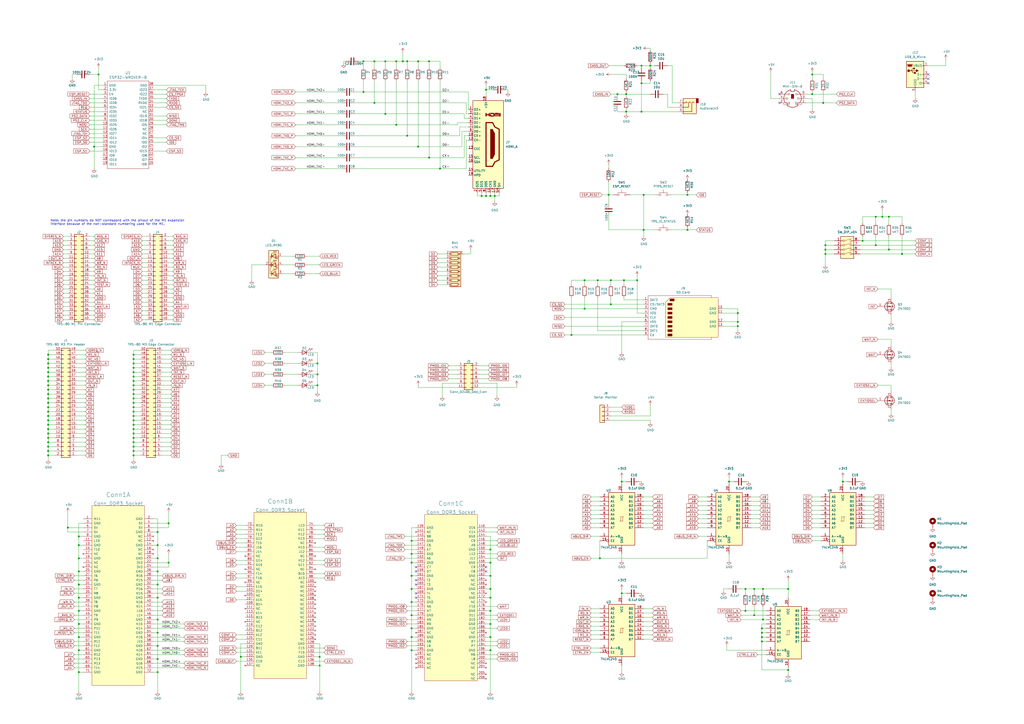
<source format=kicad_sch>
(kicad_sch (version 20211123) (generator eeschema)
  (paper "A2")
  (title_block (title "TRS-IO++") (date "2023-06-18") (rev "1.0a") (comment 2 "TRS-IO++ - Multi-Function Card for the TRS-80"))
  (junction (at 437.515 356.87))
  (junction (at 45.72 377.19))
  (junction (at 77.47 228.6))
  (junction (at 27.94 256.54))
  (junction (at 217.17 35.56))
  (junction (at 57.15 43.18))
  (junction (at 184.15 223.52))
  (junction (at 45.72 331.47))
  (junction (at 210.82 53.34))
  (junction (at 236.22 78.74))
  (junction (at 500.38 139.7))
  (junction (at 515.62 144.78))
  (junction (at 238.76 321.31))
  (junction (at 281.94 52.07))
  (junction (at 284.48 361.95))
  (junction (at 442.595 359.41))
  (junction (at 27.94 210.82))
  (junction (at 91.44 389.89))
  (junction (at 77.47 205.74))
  (junction (at 97.79 326.39))
  (junction (at 77.47 215.9))
  (junction (at 210.82 35.56))
  (junction (at 91.44 367.03))
  (junction (at 77.47 233.68))
  (junction (at 369.57 162.56))
  (junction (at 242.57 35.56))
  (junction (at 77.47 243.84))
  (junction (at 27.94 226.06))
  (junction (at 27.94 233.68))
  (junction (at 478.79 147.32))
  (junction (at 284.48 113.665))
  (junction (at 27.94 228.6))
  (junction (at 353.06 113.03))
  (junction (at 77.47 208.28))
  (junction (at 77.47 256.54))
  (junction (at 477.52 59.69))
  (junction (at 427.99 189.23))
  (junction (at 284.48 369.57))
  (junction (at 238.76 341.63))
  (junction (at 339.09 179.07))
  (junction (at 236.22 35.56))
  (junction (at 54.61 85.09))
  (junction (at 279.4 113.665))
  (junction (at 27.94 208.28))
  (junction (at 27.94 220.98))
  (junction (at 77.47 238.76))
  (junction (at 45.72 354.33))
  (junction (at 77.47 231.14))
  (junction (at 77.47 246.38))
  (junction (at 27.94 264.16))
  (junction (at 255.27 97.79))
  (junction (at 441.96 364.49))
  (junction (at 77.47 226.06))
  (junction (at 77.47 264.16))
  (junction (at 442.595 341.63))
  (junction (at 471.17 43.18))
  (junction (at 139.7 381))
  (junction (at 91.44 374.65))
  (junction (at 471.17 54.61))
  (junction (at 511.81 125.73))
  (junction (at 523.24 147.32))
  (junction (at 91.44 339.09))
  (junction (at 242.57 85.09))
  (junction (at 284.48 326.39))
  (junction (at 437.515 341.63))
  (junction (at 441.96 372.11))
  (junction (at 427.99 186.69))
  (junction (at 45.72 323.85))
  (junction (at 354.33 176.53))
  (junction (at 287.02 113.665))
  (junction (at 427.99 181.61))
  (junction (at 97.79 303.53))
  (junction (at 27.94 218.44))
  (junction (at 346.71 162.56))
  (junction (at 354.33 162.56))
  (junction (at 441.96 369.57))
  (junction (at 238.76 369.57))
  (junction (at 457.2 388.62))
  (junction (at 508 142.24))
  (junction (at 457.2 341.63))
  (junction (at 229.87 72.39))
  (junction (at 45.72 311.15))
  (junction (at 184.15 210.82))
  (junction (at 422.91 279.4))
  (junction (at 432.435 354.33))
  (junction (at 77.47 236.22))
  (junction (at 27.94 243.84))
  (junction (at 27.94 213.36))
  (junction (at 77.47 248.92))
  (junction (at 45.72 369.57))
  (junction (at 238.76 313.69))
  (junction (at 358.14 54.61))
  (junction (at 432.435 341.63))
  (junction (at 77.47 213.36))
  (junction (at 184.15 217.17))
  (junction (at 27.94 254))
  (junction (at 185.42 381))
  (junction (at 91.44 382.27))
  (junction (at 27.94 246.38))
  (junction (at 248.92 91.44))
  (junction (at 238.76 349.25))
  (junction (at 27.94 215.9))
  (junction (at 77.47 210.82))
  (junction (at 441.96 367.03))
  (junction (at 372.11 48.26))
  (junction (at 339.09 162.56))
  (junction (at 284.48 346.71))
  (junction (at 91.44 346.71))
  (junction (at 27.94 261.62))
  (junction (at 238.76 334.01))
  (junction (at 233.68 35.56))
  (junction (at 77.47 223.52))
  (junction (at 478.79 142.24))
  (junction (at 372.11 38.1))
  (junction (at 91.44 323.85))
  (junction (at 45.72 316.23))
  (junction (at 77.47 218.44))
  (junction (at 27.94 251.46))
  (junction (at 229.87 35.56))
  (junction (at 27.94 248.92))
  (junction (at 45.72 389.89))
  (junction (at 27.94 231.14))
  (junction (at 284.48 377.19))
  (junction (at 284.48 318.77))
  (junction (at 377.19 38.1))
  (junction (at 373.38 133.35))
  (junction (at 398.78 113.03))
  (junction (at 217.17 59.69))
  (junction (at 360.68 279.4))
  (junction (at 27.94 238.76))
  (junction (at 238.76 326.39))
  (junction (at 284.48 341.63))
  (junction (at 238.76 356.87))
  (junction (at 361.95 162.56))
  (junction (at 45.72 339.09))
  (junction (at 281.94 113.665))
  (junction (at 185.42 386.08))
  (junction (at 284.48 354.33))
  (junction (at 77.47 261.62))
  (junction (at 223.52 66.04))
  (junction (at 91.44 316.23))
  (junction (at 347.98 323.85))
  (junction (at 238.76 377.19))
  (junction (at 363.22 54.61))
  (junction (at 360.68 344.17))
  (junction (at 77.47 254))
  (junction (at 372.11 64.77))
  (junction (at 77.47 241.3))
  (junction (at 363.22 64.77))
  (junction (at 27.94 259.08))
  (junction (at 223.52 35.56))
  (junction (at 27.94 241.3))
  (junction (at 515.62 125.73))
  (junction (at 27.94 205.74))
  (junction (at 91.44 331.47))
  (junction (at 373.38 113.03))
  (junction (at 77.47 251.46))
  (junction (at 488.95 279.4))
  (junction (at 27.94 236.22))
  (junction (at 91.44 359.41))
  (junction (at 398.78 133.35))
  (junction (at 238.76 364.49))
  (junction (at 248.92 35.56))
  (junction (at 45.72 346.71))
  (junction (at 478.79 144.78))
  (junction (at 508 125.73))
  (junction (at 331.47 194.31))
  (junction (at 45.72 361.95))
  (junction (at 27.94 223.52))
  (junction (at 284.48 334.01))
  (junction (at 91.44 308.61))
  (junction (at 77.47 220.98))
  (junction (at 77.47 259.08))
  (junction (at 39.37 306.07))
  (no_connect (at 241.3 328.93))
  (no_connect (at 538.48 43.18))
  (no_connect (at 281.94 328.93))
  (no_connect (at 538.48 45.72))
  (no_connect (at 452.12 54.61))
  (no_connect (at 241.3 346.71))
  (no_connect (at 241.3 331.47))
  (no_connect (at 538.48 48.26))
  (no_connect (at 241.3 339.09))
  (no_connect (at 452.12 59.69))
  (no_connect (at 241.3 344.17))
  (no_connect (at 241.3 336.55))
  (no_connect (at 281.94 331.47))
  (wire (pts (xy 223.52 35.56) (xy 223.52 39.37)))
  (wire (pts (xy 97.79 303.53) (xy 97.79 297.18)))
  (wire (pts (xy 432.435 341.63) (xy 437.515 341.63)))
  (wire (pts (xy 45.72 346.71) (xy 48.26 346.71)))
  (wire (pts (xy 184.15 223.52) (xy 184.15 227.33)))
  (wire (pts (xy 477.52 59.69) (xy 485.14 59.69)))
  (wire (pts (xy 444.5 361.95) (xy 441.96 361.95)))
  (wire (pts (xy 294.64 52.07) (xy 294.64 53.34)))
  (wire (pts (xy 57.15 52.07) (xy 57.15 43.18)))
  (wire (pts (xy 427.99 186.69) (xy 427.99 189.23)))
  (wire (pts (xy 238.76 341.63) (xy 241.3 341.63)))
  (wire (pts (xy 165.1 217.17) (xy 172.72 217.17)))
  (wire (pts (xy 488.95 279.4) (xy 491.49 279.4)))
  (wire (pts (xy 471.17 303.53) (xy 476.25 303.53)))
  (wire (pts (xy 369.57 162.56) (xy 361.95 162.56)))
  (wire (pts (xy 43.18 336.55) (xy 48.26 336.55)))
  (wire (pts (xy 171.45 59.69) (xy 198.12 59.69)))
  (wire (pts (xy 471.17 298.45) (xy 476.25 298.45)))
  (wire (pts (xy 45.72 377.19) (xy 48.26 377.19)))
  (wire (pts (xy 91.44 316.23) (xy 91.44 323.85)))
  (wire (pts (xy 44.45 254) (xy 49.53 254)))
  (wire (pts (xy 373.38 113.03) (xy 373.38 133.35)))
  (wire (pts (xy 269.24 147.32) (xy 273.05 147.32)))
  (wire (pts (xy 410.21 293.37) (xy 405.13 293.37)))
  (wire (pts (xy 284.48 354.33) (xy 284.48 361.95)))
  (wire (pts (xy 373.38 298.45) (xy 378.46 298.45)))
  (wire (pts (xy 372.11 64.77) (xy 393.7 64.77)))
  (wire (pts (xy 419.735 341.63) (xy 419.735 342.9)))
  (wire (pts (xy 81.28 210.82) (xy 77.47 210.82)))
  (wire (pts (xy 137.16 314.96) (xy 142.24 314.96)))
  (wire (pts (xy 91.44 359.41) (xy 91.44 367.03)))
  (wire (pts (xy 77.47 248.92) (xy 77.47 251.46)))
  (wire (pts (xy 354.33 236.22) (xy 360.68 236.22)))
  (wire (pts (xy 49.53 256.54) (xy 44.45 256.54)))
  (wire (pts (xy 444.5 379.73) (xy 439.42 379.73)))
  (wire (pts (xy 142.24 373.38) (xy 139.7 373.38)))
  (wire (pts (xy 353.06 95.25) (xy 353.06 97.79)))
  (wire (pts (xy 93.98 223.52) (xy 99.06 223.52)))
  (wire (pts (xy 153.67 217.17) (xy 157.48 217.17)))
  (wire (pts (xy 205.74 59.69) (xy 217.17 59.69)))
  (wire (pts (xy 217.17 59.69) (xy 270.51 59.69)))
  (wire (pts (xy 284.48 111.76) (xy 284.48 113.665)))
  (wire (pts (xy 88.9 72.39) (xy 96.52 72.39)))
  (wire (pts (xy 52.07 54.61) (xy 59.69 54.61)))
  (wire (pts (xy 342.9 370.84) (xy 347.98 370.84)))
  (wire (pts (xy 441.96 372.11) (xy 441.96 388.62)))
  (wire (pts (xy 405.13 300.99) (xy 410.21 300.99)))
  (wire (pts (xy 509.27 196.85) (xy 516.89 196.85)))
  (wire (pts (xy 284.48 369.57) (xy 284.48 377.19)))
  (wire (pts (xy 52.07 62.23) (xy 59.69 62.23)))
  (wire (pts (xy 331.47 172.72) (xy 331.47 194.31)))
  (wire (pts (xy 182.88 378.46) (xy 187.96 378.46)))
  (wire (pts (xy 342.9 300.99) (xy 347.98 300.99)))
  (wire (pts (xy 45.72 323.85) (xy 45.72 331.47)))
  (wire (pts (xy 477.52 45.72) (xy 477.52 43.18)))
  (wire (pts (xy 44.45 215.9) (xy 49.53 215.9)))
  (wire (pts (xy 59.69 57.15) (xy 52.07 57.15)))
  (wire (pts (xy 435.61 298.45) (xy 440.69 298.45)))
  (wire (pts (xy 471.17 288.29) (xy 476.25 288.29)))
  (wire (pts (xy 43.18 341.63) (xy 48.26 341.63)))
  (wire (pts (xy 360.68 321.31) (xy 360.68 325.12)))
  (wire (pts (xy 88.9 331.47) (xy 91.44 331.47)))
  (wire (pts (xy 373.38 186.69) (xy 360.68 186.69)))
  (wire (pts (xy 54.61 170.18) (xy 52.07 170.18)))
  (wire (pts (xy 88.9 344.17) (xy 93.98 344.17)))
  (wire (pts (xy 85.09 162.56) (xy 82.55 162.56)))
  (wire (pts (xy 405.13 290.83) (xy 410.21 290.83)))
  (wire (pts (xy 54.61 139.7) (xy 52.07 139.7)))
  (wire (pts (xy 81.28 215.9) (xy 77.47 215.9)))
  (wire (pts (xy 441.96 372.11) (xy 444.5 372.11)))
  (wire (pts (xy 45.72 316.23) (xy 45.72 323.85)))
  (wire (pts (xy 81.28 264.16) (xy 77.47 264.16)))
  (wire (pts (xy 137.16 307.34) (xy 142.24 307.34)))
  (wire (pts (xy 93.98 215.9) (xy 99.06 215.9)))
  (wire (pts (xy 354.33 54.61) (xy 358.14 54.61)))
  (wire (pts (xy 516.89 223.52) (xy 516.89 227.33)))
  (wire (pts (xy 85.09 167.64) (xy 82.55 167.64)))
  (wire (pts (xy 467.36 54.61) (xy 471.17 54.61)))
  (wire (pts (xy 44.45 259.08) (xy 49.53 259.08)))
  (wire (pts (xy 360.68 344.17) (xy 363.22 344.17)))
  (wire (pts (xy 516.89 210.82) (xy 516.89 213.36)))
  (wire (pts (xy 182.88 386.08) (xy 185.42 386.08)))
  (wire (pts (xy 405.13 306.07) (xy 410.21 306.07)))
  (wire (pts (xy 342.9 363.22) (xy 347.98 363.22)))
  (wire (pts (xy 88.9 387.35) (xy 106.68 387.35)))
  (wire (pts (xy 281.94 313.69) (xy 288.29 313.69)))
  (wire (pts (xy 77.47 233.68) (xy 77.47 236.22)))
  (wire (pts (xy 421.64 377.19) (xy 421.64 374.65)))
  (wire (pts (xy 372.11 46.99) (xy 372.11 48.26)))
  (wire (pts (xy 281.94 316.23) (xy 288.29 316.23)))
  (wire (pts (xy 432.435 354.33) (xy 444.5 354.33)))
  (wire (pts (xy 435.61 306.07) (xy 440.69 306.07)))
  (wire (pts (xy 471.17 43.18) (xy 471.17 45.72)))
  (wire (pts (xy 49.53 228.6) (xy 44.45 228.6)))
  (wire (pts (xy 432.435 351.79) (xy 432.435 354.33)))
  (wire (pts (xy 405.13 295.91) (xy 410.21 295.91)))
  (wire (pts (xy 163.83 158.75) (xy 170.18 158.75)))
  (wire (pts (xy 205.74 72.39) (xy 229.87 72.39)))
  (wire (pts (xy 88.9 303.53) (xy 97.79 303.53)))
  (wire (pts (xy 242.57 35.56) (xy 248.92 35.56)))
  (wire (pts (xy 27.94 248.92) (xy 27.94 251.46)))
  (wire (pts (xy 44.45 226.06) (xy 49.53 226.06)))
  (wire (pts (xy 515.62 125.73) (xy 523.24 125.73)))
  (wire (pts (xy 266.7 73.66) (xy 266.7 78.74)))
  (wire (pts (xy 238.76 326.39) (xy 241.3 326.39)))
  (wire (pts (xy 44.45 213.36) (xy 49.53 213.36)))
  (wire (pts (xy 205.74 85.09) (xy 242.57 85.09)))
  (wire (pts (xy 43.18 359.41) (xy 48.26 359.41)))
  (wire (pts (xy 88.9 59.69) (xy 96.52 59.69)))
  (wire (pts (xy 182.88 307.34) (xy 187.96 307.34)))
  (wire (pts (xy 88.9 69.85) (xy 96.52 69.85)))
  (wire (pts (xy 31.75 259.08) (xy 27.94 259.08)))
  (wire (pts (xy 375.92 27.94) (xy 377.19 27.94)))
  (wire (pts (xy 281.94 52.07) (xy 285.75 52.07)))
  (wire (pts (xy 180.34 223.52) (xy 184.15 223.52)))
  (wire (pts (xy 52.07 74.93) (xy 59.69 74.93)))
  (wire (pts (xy 43.18 364.49) (xy 48.26 364.49)))
  (wire (pts (xy 238.76 326.39) (xy 238.76 334.01)))
  (wire (pts (xy 342.9 306.07) (xy 347.98 306.07)))
  (wire (pts (xy 39.37 180.34) (xy 36.83 180.34)))
  (wire (pts (xy 501.65 298.45) (xy 506.73 298.45)))
  (wire (pts (xy 184.15 210.82) (xy 184.15 217.17)))
  (wire (pts (xy 54.61 142.24) (xy 52.07 142.24)))
  (wire (pts (xy 373.38 360.68) (xy 378.46 360.68)))
  (wire (pts (xy 97.79 328.93) (xy 88.9 328.93)))
  (wire (pts (xy 77.47 254) (xy 77.47 256.54)))
  (wire (pts (xy 182.88 373.38) (xy 185.42 373.38)))
  (wire (pts (xy 238.76 356.87) (xy 241.3 356.87)))
  (wire (pts (xy 52.07 87.63) (xy 59.69 87.63)))
  (wire (pts (xy 346.71 162.56) (xy 339.09 162.56)))
  (wire (pts (xy 435.61 290.83) (xy 440.69 290.83)))
  (wire (pts (xy 254 154.94) (xy 259.08 154.94)))
  (wire (pts (xy 52.07 77.47) (xy 59.69 77.47)))
  (wire (pts (xy 77.47 213.36) (xy 77.47 215.9)))
  (wire (pts (xy 238.76 334.01) (xy 241.3 334.01)))
  (wire (pts (xy 432.435 341.63) (xy 432.435 344.17)))
  (wire (pts (xy 31.75 256.54) (xy 27.94 256.54)))
  (wire (pts (xy 27.94 261.62) (xy 27.94 264.16)))
  (wire (pts (xy 238.76 364.49) (xy 238.76 369.57)))
  (wire (pts (xy 85.09 147.32) (xy 82.55 147.32)))
  (wire (pts (xy 48.26 308.61) (xy 39.37 308.61)))
  (wire (pts (xy 422.91 279.4) (xy 422.91 280.67)))
  (wire (pts (xy 441.96 367.03) (xy 444.5 367.03)))
  (wire (pts (xy 478.79 142.24) (xy 478.79 144.78)))
  (wire (pts (xy 165.1 223.52) (xy 172.72 223.52)))
  (wire (pts (xy 54.61 149.86) (xy 52.07 149.86)))
  (wire (pts (xy 85.09 160.02) (xy 82.55 160.02)))
  (wire (pts (xy 501.65 290.83) (xy 506.73 290.83)))
  (wire (pts (xy 31.75 264.16) (xy 27.94 264.16)))
  (wire (pts (xy 281.94 354.33) (xy 284.48 354.33)))
  (wire (pts (xy 85.09 175.26) (xy 82.55 175.26)))
  (wire (pts (xy 88.9 308.61) (xy 91.44 308.61)))
  (wire (pts (xy 91.44 339.09) (xy 91.44 346.71)))
  (wire (pts (xy 54.61 167.64) (xy 52.07 167.64)))
  (wire (pts (xy 81.28 208.28) (xy 77.47 208.28)))
  (wire (pts (xy 236.22 35.56) (xy 236.22 39.37)))
  (wire (pts (xy 284.48 311.15) (xy 284.48 318.77)))
  (wire (pts (xy 43.18 372.11) (xy 48.26 372.11)))
  (wire (pts (xy 471.17 54.61) (xy 471.17 53.34)))
  (wire (pts (xy 44.45 264.16) (xy 49.53 264.16)))
  (wire (pts (xy 182.88 325.12) (xy 187.96 325.12)))
  (wire (pts (xy 177.8 158.75) (xy 185.42 158.75)))
  (wire (pts (xy 363.22 54.61) (xy 363.22 55.88)))
  (wire (pts (xy 349.25 113.03) (xy 353.06 113.03)))
  (wire (pts (xy 281.94 364.49) (xy 288.29 364.49)))
  (wire (pts (xy 128.27 269.24) (xy 128.27 264.16)))
  (wire (pts (xy 346.71 162.56) (xy 354.33 162.56)))
  (wire (pts (xy 93.98 264.16) (xy 99.06 264.16)))
  (wire (pts (xy 77.47 226.06) (xy 77.47 228.6)))
  (wire (pts (xy 48.26 303.53) (xy 45.72 303.53)))
  (wire (pts (xy 342.9 360.68) (xy 347.98 360.68)))
  (wire (pts (xy 93.98 205.74) (xy 99.06 205.74)))
  (wire (pts (xy 259.08 162.56) (xy 254 162.56)))
  (wire (pts (xy 81.28 236.22) (xy 77.47 236.22)))
  (wire (pts (xy 271.78 66.04) (xy 270.51 66.04)))
  (wire (pts (xy 205.74 78.74) (xy 236.22 78.74)))
  (wire (pts (xy 177.8 153.67) (xy 185.42 153.67)))
  (wire (pts (xy 54.61 165.1) (xy 52.07 165.1)))
  (wire (pts (xy 81.28 205.74) (xy 77.47 205.74)))
  (wire (pts (xy 389.89 59.69) (xy 389.89 38.1)))
  (wire (pts (xy 238.76 349.25) (xy 238.76 356.87)))
  (wire (pts (xy 238.76 369.57) (xy 238.76 377.19)))
  (wire (pts (xy 471.17 41.91) (xy 471.17 43.18)))
  (wire (pts (xy 284.48 326.39) (xy 284.48 334.01)))
  (wire (pts (xy 31.75 246.38) (xy 27.94 246.38)))
  (wire (pts (xy 471.17 290.83) (xy 476.25 290.83)))
  (wire (pts (xy 185.42 381) (xy 185.42 386.08)))
  (wire (pts (xy 54.61 175.26) (xy 52.07 175.26)))
  (wire (pts (xy 93.98 208.28) (xy 99.06 208.28)))
  (wire (pts (xy 27.94 254) (xy 27.94 256.54)))
  (wire (pts (xy 100.33 147.32) (xy 97.79 147.32)))
  (wire (pts (xy 180.34 210.82) (xy 184.15 210.82)))
  (wire (pts (xy 278.13 217.17) (xy 283.21 217.17)))
  (wire (pts (xy 81.28 226.06) (xy 77.47 226.06)))
  (wire (pts (xy 499.11 142.24) (xy 508 142.24)))
  (wire (pts (xy 523.24 125.73) (xy 523.24 129.54)))
  (wire (pts (xy 44.45 203.2) (xy 49.53 203.2)))
  (wire (pts (xy 457.2 387.35) (xy 457.2 388.62)))
  (wire (pts (xy 422.275 341.63) (xy 419.735 341.63)))
  (wire (pts (xy 234.95 311.15) (xy 241.3 311.15)))
  (wire (pts (xy 284.48 361.95) (xy 284.48 369.57)))
  (wire (pts (xy 182.88 312.42) (xy 187.96 312.42)))
  (wire (pts (xy 88.9 346.71) (xy 91.44 346.71)))
  (wire (pts (xy 45.72 354.33) (xy 45.72 361.95)))
  (wire (pts (xy 52.07 69.85) (xy 59.69 69.85)))
  (wire (pts (xy 271.78 71.12) (xy 265.43 71.12)))
  (wire (pts (xy 441.96 388.62) (xy 457.2 388.62)))
  (wire (pts (xy 353.06 113.03) (xy 355.6 113.03)))
  (wire (pts (xy 45.72 311.15) (xy 45.72 316.23)))
  (wire (pts (xy 77.47 205.74) (xy 77.47 208.28)))
  (wire (pts (xy 242.57 223.52) (xy 242.57 224.79)))
  (wire (pts (xy 77.47 238.76) (xy 77.47 241.3)))
  (wire (pts (xy 137.16 347.98) (xy 142.24 347.98)))
  (wire (pts (xy 49.53 246.38) (xy 44.45 246.38)))
  (wire (pts (xy 39.37 157.48) (xy 36.83 157.48)))
  (wire (pts (xy 93.98 236.22) (xy 99.06 236.22)))
  (wire (pts (xy 88.9 361.95) (xy 106.68 361.95)))
  (wire (pts (xy 279.4 111.76) (xy 279.4 113.665)))
  (wire (pts (xy 327.66 179.07) (xy 339.09 179.07)))
  (wire (pts (xy 39.37 182.88) (xy 36.83 182.88)))
  (wire (pts (xy 59.69 49.53) (xy 54.61 49.53)))
  (wire (pts (xy 49.53 233.68) (xy 44.45 233.68)))
  (wire (pts (xy 500.38 137.16) (xy 500.38 139.7)))
  (wire (pts (xy 52.07 59.69) (xy 59.69 59.69)))
  (wire (pts (xy 281.94 321.31) (xy 288.29 321.31)))
  (wire (pts (xy 259.08 152.4) (xy 254 152.4)))
  (wire (pts (xy 271.78 73.66) (xy 266.7 73.66)))
  (wire (pts (xy 508 125.73) (xy 511.81 125.73)))
  (wire (pts (xy 91.44 389.89) (xy 91.44 401.32)))
  (wire (pts (xy 501.65 295.91) (xy 506.73 295.91)))
  (wire (pts (xy 77.47 218.44) (xy 77.47 220.98)))
  (wire (pts (xy 437.515 341.63) (xy 442.595 341.63)))
  (wire (pts (xy 259.08 147.32) (xy 254 147.32)))
  (wire (pts (xy 260.35 212.09) (xy 265.43 212.09)))
  (wire (pts (xy 139.7 373.38) (xy 139.7 381)))
  (wire (pts (xy 281.94 52.07) (xy 281.94 55.88)))
  (wire (pts (xy 360.68 279.4) (xy 360.68 280.67)))
  (wire (pts (xy 171.45 66.04) (xy 198.12 66.04)))
  (wire (pts (xy 242.57 46.99) (xy 242.57 85.09)))
  (wire (pts (xy 508 125.73) (xy 508 129.54)))
  (wire (pts (xy 88.9 364.49) (xy 106.68 364.49)))
  (wire (pts (xy 238.76 364.49) (xy 241.3 364.49)))
  (wire (pts (xy 293.37 52.07) (xy 294.64 52.07)))
  (wire (pts (xy 457.2 341.63) (xy 457.2 346.71)))
  (wire (pts (xy 85.09 170.18) (xy 82.55 170.18)))
  (wire (pts (xy 242.57 85.09) (xy 267.97 85.09)))
  (wire (pts (xy 281.94 341.63) (xy 284.48 341.63)))
  (wire (pts (xy 44.45 231.14) (xy 49.53 231.14)))
  (wire (pts (xy 435.61 293.37) (xy 440.69 293.37)))
  (wire (pts (xy 180.34 204.47) (xy 184.15 204.47)))
  (wire (pts (xy 347.98 375.92) (xy 342.9 375.92)))
  (wire (pts (xy 469.9 359.41) (xy 474.98 359.41)))
  (wire (pts (xy 54.61 152.4) (xy 52.07 152.4)))
  (wire (pts (xy 44.45 223.52) (xy 49.53 223.52)))
  (wire (pts (xy 88.9 62.23) (xy 96.52 62.23)))
  (wire (pts (xy 43.18 374.65) (xy 48.26 374.65)))
  (wire (pts (xy 137.16 320.04) (xy 142.24 320.04)))
  (wire (pts (xy 77.47 228.6) (xy 77.47 231.14)))
  (wire (pts (xy 100.33 170.18) (xy 97.79 170.18)))
  (wire (pts (xy 488.95 276.86) (xy 488.95 279.4)))
  (wire (pts (xy 88.9 384.81) (xy 106.68 384.81)))
  (wire (pts (xy 511.81 121.92) (xy 511.81 125.73)))
  (wire (pts (xy 77.47 259.08) (xy 77.47 261.62)))
  (wire (pts (xy 471.17 57.15) (xy 471.17 63.5)))
  (wire (pts (xy 52.07 64.77) (xy 59.69 64.77)))
  (wire (pts (xy 223.52 66.04) (xy 269.24 66.04)))
  (wire (pts (xy 485.14 54.61) (xy 471.17 54.61)))
  (wire (pts (xy 242.57 35.56) (xy 242.57 39.37)))
  (wire (pts (xy 373.38 173.99) (xy 361.95 173.99)))
  (wire (pts (xy 88.9 374.65) (xy 91.44 374.65)))
  (wire (pts (xy 501.65 306.07) (xy 506.73 306.07)))
  (wire (pts (xy 39.37 149.86) (xy 36.83 149.86)))
  (wire (pts (xy 238.76 321.31) (xy 238.76 326.39)))
  (wire (pts (xy 238.76 377.19) (xy 238.76 401.32)))
  (wire (pts (xy 88.9 54.61) (xy 96.52 54.61)))
  (wire (pts (xy 478.79 147.32) (xy 483.87 147.32)))
  (wire (pts (xy 281.94 49.53) (xy 281.94 52.07)))
  (wire (pts (xy 77.47 208.28) (xy 77.47 210.82)))
  (wire (pts (xy 27.94 223.52) (xy 27.94 226.06)))
  (wire (pts (xy 353.06 105.41) (xy 353.06 113.03)))
  (wire (pts (xy 442.595 351.79) (xy 442.595 359.41)))
  (wire (pts (xy 208.28 35.56) (xy 210.82 35.56)))
  (wire (pts (xy 242.57 224.79) (xy 265.43 224.79)))
  (wire (pts (xy 471.17 300.99) (xy 476.25 300.99)))
  (wire (pts (xy 205.74 91.44) (xy 248.92 91.44)))
  (wire (pts (xy 281.94 334.01) (xy 284.48 334.01)))
  (wire (pts (xy 373.38 290.83) (xy 378.46 290.83)))
  (wire (pts (xy 437.515 351.79) (xy 437.515 356.87)))
  (wire (pts (xy 100.33 139.7) (xy 97.79 139.7)))
  (wire (pts (xy 405.13 303.53) (xy 410.21 303.53)))
  (wire (pts (xy 81.28 254) (xy 77.47 254)))
  (wire (pts (xy 281.94 306.07) (xy 288.29 306.07)))
  (wire (pts (xy 370.84 279.4) (xy 372.11 279.4)))
  (wire (pts (xy 488.95 279.4) (xy 488.95 280.67)))
  (wire (pts (xy 287.02 111.76) (xy 287.02 113.665)))
  (wire (pts (xy 358.14 63.5) (xy 358.14 64.77)))
  (wire (pts (xy 281.94 379.73) (xy 288.29 379.73)))
  (wire (pts (xy 248.92 91.44) (xy 269.24 91.44)))
  (wire (pts (xy 44.45 205.74) (xy 49.53 205.74)))
  (wire (pts (xy 271.78 81.28) (xy 270.51 81.28)))
  (wire (pts (xy 405.13 288.29) (xy 410.21 288.29)))
  (wire (pts (xy 88.9 67.31) (xy 96.52 67.31)))
  (wire (pts (xy 184.15 217.17) (xy 184.15 223.52)))
  (wire (pts (xy 39.37 139.7) (xy 36.83 139.7)))
  (wire (pts (xy 271.78 76.2) (xy 267.97 76.2)))
  (wire (pts (xy 39.37 297.18) (xy 39.37 306.07)))
  (wire (pts (xy 377.19 241.3) (xy 354.33 241.3)))
  (wire (pts (xy 88.9 326.39) (xy 97.79 326.39)))
  (wire (pts (xy 255.27 46.99) (xy 255.27 97.79)))
  (wire (pts (xy 91.44 323.85) (xy 91.44 331.47)))
  (wire (pts (xy 358.14 54.61) (xy 363.22 54.61)))
  (wire (pts (xy 523.24 137.16) (xy 523.24 147.32)))
  (wire (pts (xy 52.07 80.01) (xy 59.69 80.01)))
  (wire (pts (xy 398.78 133.35) (xy 403.86 133.35)))
  (wire (pts (xy 137.16 327.66) (xy 142.24 327.66)))
  (wire (pts (xy 363.22 54.61) (xy 377.19 54.61)))
  (wire (pts (xy 372.11 39.37) (xy 372.11 38.1)))
  (wire (pts (xy 81.28 251.46) (xy 77.47 251.46)))
  (wire (pts (xy 248.92 46.99) (xy 248.92 91.44)))
  (wire (pts (xy 85.09 165.1) (xy 82.55 165.1)))
  (wire (pts (xy 59.69 52.07) (xy 57.15 52.07)))
  (wire (pts (xy 241.3 306.07) (xy 238.76 306.07)))
  (wire (pts (xy 39.37 306.07) (xy 48.26 306.07)))
  (wire (pts (xy 182.88 320.04) (xy 187.96 320.04)))
  (wire (pts (xy 530.86 53.34) (xy 530.86 57.15)))
  (wire (pts (xy 165.1 204.47) (xy 172.72 204.47)))
  (wire (pts (xy 171.45 78.74) (xy 198.12 78.74)))
  (wire (pts (xy 27.94 231.14) (xy 27.94 233.68)))
  (wire (pts (xy 398.78 111.76) (xy 398.78 113.03)))
  (wire (pts (xy 238.76 306.07) (xy 238.76 313.69)))
  (wire (pts (xy 270.51 66.04) (xy 270.51 59.69)))
  (wire (pts (xy 281.94 382.27) (xy 288.29 382.27)))
  (wire (pts (xy 342.9 298.45) (xy 347.98 298.45)))
  (wire (pts (xy 377.19 39.37) (xy 377.19 38.1)))
  (wire (pts (xy 500.38 139.7) (xy 530.86 139.7)))
  (wire (pts (xy 27.94 251.46) (xy 27.94 254)))
  (wire (pts (xy 182.88 327.66) (xy 187.96 327.66)))
  (wire (pts (xy 248.92 35.56) (xy 248.92 39.37)))
  (wire (pts (xy 365.76 113.03) (xy 373.38 113.03)))
  (wire (pts (xy 236.22 361.95) (xy 241.3 361.95)))
  (wire (pts (xy 49.53 251.46) (xy 44.45 251.46)))
  (wire (pts (xy 435.61 295.91) (xy 440.69 295.91)))
  (wire (pts (xy 100.33 177.8) (xy 97.79 177.8)))
  (wire (pts (xy 39.37 162.56) (xy 36.83 162.56)))
  (wire (pts (xy 77.47 203.2) (xy 77.47 205.74)))
  (wire (pts (xy 182.88 381) (xy 185.42 381)))
  (wire (pts (xy 516.89 172.72) (xy 516.89 167.64)))
  (wire (pts (xy 393.7 62.23) (xy 387.35 62.23)))
  (wire (pts (xy 54.61 162.56) (xy 52.07 162.56)))
  (wire (pts (xy 27.94 233.68) (xy 27.94 236.22)))
  (wire (pts (xy 137.16 332.74) (xy 142.24 332.74)))
  (wire (pts (xy 88.9 379.73) (xy 106.68 379.73)))
  (wire (pts (xy 511.81 125.73) (xy 515.62 125.73)))
  (wire (pts (xy 515.62 137.16) (xy 515.62 144.78)))
  (wire (pts (xy 45.72 316.23) (xy 48.26 316.23)))
  (wire (pts (xy 342.9 288.29) (xy 347.98 288.29)))
  (wire (pts (xy 137.16 342.9) (xy 142.24 342.9)))
  (wire (pts (xy 184.15 204.47) (xy 184.15 210.82)))
  (wire (pts (xy 45.72 354.33) (xy 48.26 354.33)))
  (wire (pts (xy 45.72 389.89) (xy 48.26 389.89)))
  (wire (pts (xy 372.11 64.77) (xy 363.22 64.77)))
  (wire (pts (xy 373.38 133.35) (xy 373.38 137.16)))
  (wire (pts (xy 509.27 223.52) (xy 516.89 223.52)))
  (wire (pts (xy 99.06 251.46) (xy 93.98 251.46)))
  (wire (pts (xy 255.27 35.56) (xy 255.27 39.37)))
  (wire (pts (xy 99.06 243.84) (xy 93.98 243.84)))
  (wire (pts (xy 180.34 217.17) (xy 184.15 217.17)))
  (wire (pts (xy 284.48 318.77) (xy 284.48 326.39)))
  (wire (pts (xy 360.68 276.86) (xy 360.68 279.4)))
  (wire (pts (xy 88.9 49.53) (xy 119.38 49.53)))
  (wire (pts (xy 238.76 321.31) (xy 241.3 321.31)))
  (wire (pts (xy 91.44 374.65) (xy 91.44 382.27)))
  (wire (pts (xy 93.98 213.36) (xy 99.06 213.36)))
  (wire (pts (xy 100.33 185.42) (xy 97.79 185.42)))
  (wire (pts (xy 81.28 261.62) (xy 77.47 261.62)))
  (wire (pts (xy 77.47 246.38) (xy 77.47 248.92)))
  (wire (pts (xy 236.22 46.99) (xy 236.22 78.74)))
  (wire (pts (xy 93.98 241.3) (xy 99.06 241.3)))
  (wire (pts (xy 52.07 67.31) (xy 59.69 67.31)))
  (wire (pts (xy 177.8 148.59) (xy 185.42 148.59)))
  (wire (pts (xy 387.35 54.61) (xy 384.81 54.61)))
  (wire (pts (xy 478.79 144.78) (xy 478.79 147.32)))
  (wire (pts (xy 422.91 321.31) (xy 422.91 325.12)))
  (wire (pts (xy 45.72 323.85) (xy 48.26 323.85)))
  (wire (pts (xy 471.17 295.91) (xy 476.25 295.91)))
  (wire (pts (xy 31.75 228.6) (xy 27.94 228.6)))
  (wire (pts (xy 363.22 63.5) (xy 363.22 64.77)))
  (wire (pts (xy 255.27 97.79) (xy 270.51 97.79)))
  (wire (pts (xy 31.75 231.14) (xy 27.94 231.14)))
  (wire (pts (xy 182.88 375.92) (xy 187.96 375.92)))
  (wire (pts (xy 45.72 339.09) (xy 48.26 339.09)))
  (wire (pts (xy 442.595 341.63) (xy 442.595 344.17)))
  (wire (pts (xy 360.68 186.69) (xy 360.68 204.47)))
  (wire (pts (xy 276.86 111.76) (xy 276.86 113.665)))
  (wire (pts (xy 360.68 341.63) (xy 360.68 344.17)))
  (wire (pts (xy 39.37 147.32) (xy 36.83 147.32)))
  (wire (pts (xy 31.75 210.82) (xy 27.94 210.82)))
  (wire (pts (xy 353.06 125.73) (xy 353.06 133.35)))
  (wire (pts (xy 419.1 179.07) (xy 427.99 179.07)))
  (wire (pts (xy 377.19 46.99) (xy 377.19 48.26)))
  (wire (pts (xy 31.75 215.9) (xy 27.94 215.9)))
  (wire (pts (xy 49.53 243.84) (xy 44.45 243.84)))
  (wire (pts (xy 389.89 133.35) (xy 398.78 133.35)))
  (wire (pts (xy 284.48 113.665) (xy 287.02 113.665)))
  (wire (pts (xy 200.66 35.56) (xy 199.39 35.56)))
  (wire (pts (xy 31.75 218.44) (xy 27.94 218.44)))
  (wire (pts (xy 372.11 48.26) (xy 377.19 48.26)))
  (wire (pts (xy 210.82 53.34) (xy 271.78 53.34)))
  (wire (pts (xy 44.45 236.22) (xy 49.53 236.22)))
  (wire (pts (xy 85.09 142.24) (xy 82.55 142.24)))
  (wire (pts (xy 27.94 205.74) (xy 27.94 208.28)))
  (wire (pts (xy 100.33 175.26) (xy 97.79 175.26)))
  (wire (pts (xy 85.09 149.86) (xy 82.55 149.86)))
  (wire (pts (xy 360.68 279.4) (xy 363.22 279.4)))
  (wire (pts (xy 54.61 185.42) (xy 52.07 185.42)))
  (wire (pts (xy 45.72 311.15) (xy 48.26 311.15)))
  (wire (pts (xy 353.06 133.35) (xy 373.38 133.35)))
  (wire (pts (xy 427.99 179.07) (xy 427.99 181.61)))
  (wire (pts (xy 44.45 218.44) (xy 49.53 218.44)))
  (wire (pts (xy 100.33 152.4) (xy 97.79 152.4)))
  (wire (pts (xy 281.94 111.76) (xy 281.94 113.665)))
  (wire (pts (xy 347.98 358.14) (xy 342.9 358.14)))
  (wire (pts (xy 429.895 354.33) (xy 432.435 354.33)))
  (wire (pts (xy 373.38 303.53) (xy 378.46 303.53)))
  (wire (pts (xy 248.92 35.56) (xy 255.27 35.56)))
  (wire (pts (xy 354.33 176.53) (xy 373.38 176.53)))
  (wire (pts (xy 346.71 165.1) (xy 346.71 162.56)))
  (wire (pts (xy 457.2 336.55) (xy 457.2 341.63)))
  (wire (pts (xy 45.72 389.89) (xy 45.72 401.32)))
  (wire (pts (xy 137.16 317.5) (xy 142.24 317.5)))
  (wire (pts (xy 27.94 246.38) (xy 27.94 248.92)))
  (wire (pts (xy 471.17 313.69) (xy 476.25 313.69)))
  (wire (pts (xy 516.89 167.64) (xy 509.27 167.64)))
  (wire (pts (xy 346.71 191.77) (xy 373.38 191.77)))
  (wire (pts (xy 77.47 215.9) (xy 77.47 218.44)))
  (wire (pts (xy 363.22 53.34) (xy 363.22 54.61)))
  (wire (pts (xy 501.65 293.37) (xy 506.73 293.37)))
  (wire (pts (xy 476.25 293.37) (xy 471.17 293.37)))
  (wire (pts (xy 31.75 261.62) (xy 27.94 261.62)))
  (wire (pts (xy 238.76 369.57) (xy 241.3 369.57)))
  (wire (pts (xy 27.94 220.98) (xy 27.94 223.52)))
  (wire (pts (xy 81.28 243.84) (xy 77.47 243.84)))
  (wire (pts (xy 360.68 386.08) (xy 360.68 389.89)))
  (wire (pts (xy 182.88 332.74) (xy 187.96 332.74)))
  (wire (pts (xy 88.9 382.27) (xy 91.44 382.27)))
  (wire (pts (xy 387.35 62.23) (xy 387.35 54.61)))
  (wire (pts (xy 85.09 157.48) (xy 82.55 157.48)))
  (wire (pts (xy 27.94 215.9) (xy 27.94 218.44)))
  (wire (pts (xy 43.18 356.87) (xy 48.26 356.87)))
  (wire (pts (xy 88.9 354.33) (xy 93.98 354.33)))
  (wire (pts (xy 373.38 370.84) (xy 378.46 370.84)))
  (wire (pts (xy 54.61 160.02) (xy 52.07 160.02)))
  (wire (pts (xy 45.72 377.19) (xy 45.72 389.89)))
  (wire (pts (xy 88.9 316.23) (xy 91.44 316.23)))
  (wire (pts (xy 77.47 241.3) (xy 77.47 243.84)))
  (wire (pts (xy 223.52 46.99) (xy 223.52 66.04)))
  (wire (pts (xy 165.1 210.82) (xy 172.72 210.82)))
  (wire (pts (xy 27.94 218.44) (xy 27.94 220.98)))
  (wire (pts (xy 45.72 339.09) (xy 45.72 346.71)))
  (wire (pts (xy 81.28 241.3) (xy 77.47 241.3)))
  (wire (pts (xy 39.37 154.94) (xy 36.83 154.94)))
  (wire (pts (xy 45.72 303.53) (xy 45.72 311.15)))
  (wire (pts (xy 100.33 172.72) (xy 97.79 172.72)))
  (wire (pts (xy 44.45 208.28) (xy 49.53 208.28)))
  (wire (pts (xy 435.61 288.29) (xy 440.69 288.29)))
  (wire (pts (xy 81.28 246.38) (xy 77.47 246.38)))
  (wire (pts (xy 44.45 220.98) (xy 49.53 220.98)))
  (wire (pts (xy 360.68 344.17) (xy 360.68 345.44)))
  (wire (pts (xy 265.43 71.12) (xy 265.43 72.39)))
  (wire (pts (xy 88.9 349.25) (xy 93.98 349.25)))
  (wire (pts (xy 354.33 162.56) (xy 354.33 165.1)))
  (wire (pts (xy 441.96 367.03) (xy 441.96 369.57)))
  (wire (pts (xy 419.1 186.69) (xy 427.99 186.69)))
  (wire (pts (xy 444.5 377.19) (xy 421.64 377.19)))
  (wire (pts (xy 281.94 356.87) (xy 288.29 356.87)))
  (wire (pts (xy 377.19 243.84) (xy 377.19 245.11)))
  (wire (pts (xy 100.33 160.02) (xy 97.79 160.02)))
  (wire (pts (xy 500.38 129.54) (xy 500.38 125.73)))
  (wire (pts (xy 153.67 223.52) (xy 157.48 223.52)))
  (wire (pts (xy 229.87 35.56) (xy 229.87 39.37)))
  (wire (pts (xy 44.45 43.18) (xy 41.91 43.18)))
  (wire (pts (xy 238.76 356.87) (xy 238.76 364.49)))
  (wire (pts (xy 137.16 378.46) (xy 142.24 378.46)))
  (wire (pts (xy 361.95 162.56) (xy 361.95 165.1)))
  (wire (pts (xy 342.9 295.91) (xy 347.98 295.91)))
  (wire (pts (xy 238.76 377.19) (xy 241.3 377.19)))
  (wire (pts (xy 54.61 182.88) (xy 52.07 182.88)))
  (wire (pts (xy 88.9 339.09) (xy 91.44 339.09)))
  (wire (pts (xy 128.27 264.16) (xy 132.08 264.16)))
  (wire (pts (xy 281.94 377.19) (xy 284.48 377.19)))
  (wire (pts (xy 81.28 259.08) (xy 77.47 259.08)))
  (wire (pts (xy 137.16 309.88) (xy 142.24 309.88)))
  (wire (pts (xy 515.62 125.73) (xy 515.62 129.54)))
  (wire (pts (xy 93.98 254) (xy 99.06 254)))
  (wire (pts (xy 31.75 203.2) (xy 27.94 203.2)))
  (wire (pts (xy 41.91 43.18) (xy 41.91 45.72)))
  (wire (pts (xy 281.94 359.41) (xy 288.29 359.41)))
  (wire (pts (xy 137.16 312.42) (xy 142.24 312.42)))
  (wire (pts (xy 45.72 331.47) (xy 48.26 331.47)))
  (wire (pts (xy 91.44 346.71) (xy 91.44 359.41)))
  (wire (pts (xy 39.37 142.24) (xy 36.83 142.24)))
  (wire (pts (xy 260.35 214.63) (xy 265.43 214.63)))
  (wire (pts (xy 44.45 210.82) (xy 49.53 210.82)))
  (wire (pts (xy 347.98 323.85) (xy 342.9 323.85)))
  (wire (pts (xy 419.1 181.61) (xy 427.99 181.61)))
  (wire (pts (xy 31.75 233.68) (xy 27.94 233.68)))
  (wire (pts (xy 281.94 326.39) (xy 284.48 326.39)))
  (wire (pts (xy 229.87 35.56) (xy 233.68 35.56)))
  (wire (pts (xy 548.64 34.29) (xy 548.64 38.1)))
  (wire (pts (xy 279.4 113.665) (xy 281.94 113.665)))
  (wire (pts (xy 358.14 55.88) (xy 358.14 54.61)))
  (wire (pts (xy 347.98 323.85) (xy 410.21 323.85)))
  (wire (pts (xy 271.78 78.74) (xy 269.24 78.74)))
  (wire (pts (xy 238.76 334.01) (xy 238.76 341.63)))
  (wire (pts (xy 254 160.02) (xy 259.08 160.02)))
  (wire (pts (xy 81.28 228.6) (xy 77.47 228.6)))
  (wire (pts (xy 27.94 236.22) (xy 27.94 238.76)))
  (wire (pts (xy 281.94 308.61) (xy 288.29 308.61)))
  (wire (pts (xy 88.9 341.63) (xy 93.98 341.63)))
  (wire (pts (xy 471.17 306.07) (xy 476.25 306.07)))
  (wire (pts (xy 88.9 372.11) (xy 106.68 372.11)))
  (wire (pts (xy 27.94 256.54) (xy 27.94 259.08)))
  (wire (pts (xy 39.37 170.18) (xy 36.83 170.18)))
  (wire (pts (xy 379.73 38.1) (xy 377.19 38.1)))
  (wire (pts (xy 437.515 341.63) (xy 437.515 344.17)))
  (wire (pts (xy 373.38 300.99) (xy 378.46 300.99)))
  (wire (pts (xy 97.79 306.07) (xy 97.79 303.53)))
  (wire (pts (xy 236.22 359.41) (xy 241.3 359.41)))
  (wire (pts (xy 370.84 344.17) (xy 372.11 344.17)))
  (wire (pts (xy 354.33 243.84) (xy 377.19 243.84)))
  (wire (pts (xy 347.98 378.46) (xy 342.9 378.46)))
  (wire (pts (xy 435.61 300.99) (xy 440.69 300.99)))
  (wire (pts (xy 81.28 203.2) (xy 77.47 203.2)))
  (wire (pts (xy 49.53 261.62) (xy 44.45 261.62)))
  (wire (pts (xy 44.45 241.3) (xy 49.53 241.3)))
  (wire (pts (xy 88.9 323.85) (xy 91.44 323.85)))
  (wire (pts (xy 39.37 308.61) (xy 39.37 306.07)))
  (wire (pts (xy 234.95 323.85) (xy 241.3 323.85)))
  (wire (pts (xy 256.54 222.25) (xy 256.54 229.87)))
  (wire (pts (xy 85.09 177.8) (xy 82.55 177.8)))
  (wire (pts (xy 39.37 160.02) (xy 36.83 160.02)))
  (wire (pts (xy 331.47 194.31) (xy 373.38 194.31)))
  (wire (pts (xy 43.18 384.81) (xy 48.26 384.81)))
  (wire (pts (xy 499.11 139.7) (xy 500.38 139.7)))
  (wire (pts (xy 427.99 189.23) (xy 427.99 191.77)))
  (wire (pts (xy 139.7 381) (xy 139.7 401.32)))
  (wire (pts (xy 281.94 351.79) (xy 288.29 351.79)))
  (wire (pts (xy 45.72 369.57) (xy 48.26 369.57)))
  (wire (pts (xy 377.19 36.83) (xy 377.19 38.1)))
  (wire (pts (xy 88.9 300.99) (xy 91.44 300.99)))
  (wire (pts (xy 339.09 172.72) (xy 339.09 179.07)))
  (wire (pts (xy 369.57 38.1) (xy 372.11 38.1)))
  (wire (pts (xy 281.94 113.665) (xy 284.48 113.665)))
  (wire (pts (xy 254 149.86) (xy 259.08 149.86)))
  (wire (pts (xy 270.51 81.28) (xy 270.51 97.79)))
  (wire (pts (xy 477.52 59.69) (xy 477.52 53.34)))
  (wire (pts (xy 100.33 154.94) (xy 97.79 154.94)))
  (wire (pts (xy 217.17 35.56) (xy 217.17 39.37)))
  (wire (pts (xy 39.37 152.4) (xy 36.83 152.4)))
  (wire (pts (xy 27.94 241.3) (xy 27.94 243.84)))
  (wire (pts (xy 119.38 49.53) (xy 119.38 53.34)))
  (wire (pts (xy 538.48 38.1) (xy 548.64 38.1)))
  (wire (pts (xy 96.52 87.63) (xy 88.9 87.63)))
  (wire (pts (xy 85.09 185.42) (xy 82.55 185.42)))
  (wire (pts (xy 88.9 334.01) (xy 93.98 334.01)))
  (wire (pts (xy 354.33 172.72) (xy 354.33 176.53)))
  (wire (pts (xy 77.47 220.98) (xy 77.47 223.52)))
  (wire (pts (xy 339.09 162.56) (xy 339.09 165.1)))
  (wire (pts (xy 163.83 148.59) (xy 170.18 148.59)))
  (wire (pts (xy 27.94 203.2) (xy 27.94 205.74)))
  (wire (pts (xy 85.09 137.16) (xy 82.55 137.16)))
  (wire (pts (xy 99.06 238.76) (xy 93.98 238.76)))
  (wire (pts (xy 77.47 231.14) (xy 77.47 233.68)))
  (wire (pts (xy 85.09 154.94) (xy 82.55 154.94)))
  (wire (pts (xy 31.75 208.28) (xy 27.94 208.28)))
  (wire (pts (xy 234.95 316.23) (xy 241.3 316.23)))
  (wire (pts (xy 327.66 194.31) (xy 331.47 194.31)))
  (wire (pts (xy 100.33 144.78) (xy 97.79 144.78)))
  (wire (pts (xy 39.37 172.72) (xy 36.83 172.72)))
  (wire (pts (xy 435.61 303.53) (xy 440.69 303.53)))
  (wire (pts (xy 238.76 349.25) (xy 241.3 349.25)))
  (wire (pts (xy 39.37 144.78) (xy 36.83 144.78)))
  (wire (pts (xy 238.76 313.69) (xy 241.3 313.69)))
  (wire (pts (xy 31.75 205.74) (xy 27.94 205.74)))
  (wire (pts (xy 284.48 377.19) (xy 284.48 401.32)))
  (wire (pts (xy 236.22 351.79) (xy 241.3 351.79)))
  (wire (pts (xy 93.98 226.06) (xy 99.06 226.06)))
  (wire (pts (xy 236.22 354.33) (xy 241.3 354.33)))
  (wire (pts (xy 516.89 196.85) (xy 516.89 200.66)))
  (wire (pts (xy 171.45 85.09) (xy 198.12 85.09)))
  (wire (pts (xy 77.47 223.52) (xy 77.47 226.06)))
  (wire (pts (xy 31.75 241.3) (xy 27.94 241.3)))
  (wire (pts (xy 91.44 308.61) (xy 91.44 316.23)))
  (wire (pts (xy 43.18 349.25) (xy 48.26 349.25)))
  (wire (pts (xy 501.65 300.99) (xy 506.73 300.99)))
  (wire (pts (xy 99.06 233.68) (xy 93.98 233.68)))
  (wire (pts (xy 199.39 35.56) (xy 199.39 36.83)))
  (wire (pts (xy 77.47 251.46) (xy 77.47 254)))
  (wire (pts (xy 276.86 113.665) (xy 279.4 113.665)))
  (wire (pts (xy 91.44 367.03) (xy 91.44 374.65)))
  (wire (pts (xy 27.94 213.36) (xy 27.94 215.9)))
  (wire (pts (xy 57.15 43.18) (xy 57.15 39.37)))
  (wire (pts (xy 405.13 298.45) (xy 410.21 298.45)))
  (wire (pts (xy 405.13 311.15) (xy 410.21 311.15)))
  (wire (pts (xy 278.13 222.25) (xy 288.29 222.25)))
  (wire (pts (xy 93.98 248.92) (xy 99.06 248.92)))
  (wire (pts (xy 91.44 300.99) (xy 91.44 308.61)))
  (wire (pts (xy 373.38 355.6) (xy 378.46 355.6)))
  (wire (pts (xy 85.09 172.72) (xy 82.55 172.72)))
  (wire (pts (xy 43.18 379.73) (xy 48.26 379.73)))
  (wire (pts (xy 516.89 182.88) (xy 516.89 186.69)))
  (wire (pts (xy 54.61 154.94) (xy 52.07 154.94)))
  (wire (pts (xy 31.75 226.06) (xy 27.94 226.06)))
  (wire (pts (xy 27.94 210.82) (xy 27.94 213.36)))
  (wire (pts (xy 441.96 361.95) (xy 441.96 364.49)))
  (wire (pts (xy 85.09 182.88) (xy 82.55 182.88)))
  (wire (pts (xy 43.18 387.35) (xy 48.26 387.35)))
  (wire (pts (xy 31.75 238.76) (xy 27.94 238.76)))
  (wire (pts (xy 88.9 57.15) (xy 96.52 57.15)))
  (wire (pts (xy 471.17 311.15) (xy 476.25 311.15)))
  (wire (pts (xy 447.04 57.15) (xy 452.12 57.15)))
  (wire (pts (xy 54.61 144.78) (xy 52.07 144.78)))
  (wire (pts (xy 265.43 222.25) (xy 256.54 222.25)))
  (wire (pts (xy 171.45 72.39) (xy 198.12 72.39)))
  (wire (pts (xy 442.595 359.41) (xy 444.5 359.41)))
  (wire (pts (xy 205.74 66.04) (xy 223.52 66.04)))
  (wire (pts (xy 88.9 80.01) (xy 96.52 80.01)))
  (wire (pts (xy 419.1 189.23) (xy 427.99 189.23)))
  (wire (pts (xy 259.08 157.48) (xy 254 157.48)))
  (wire (pts (xy 81.28 233.68) (xy 77.47 233.68)))
  (wire (pts (xy 210.82 46.99) (xy 210.82 53.34)))
  (wire (pts (xy 501.65 303.53) (xy 506.73 303.53)))
  (wire (pts (xy 398.78 132.08) (xy 398.78 133.35)))
  (wire (pts (xy 441.96 364.49) (xy 441.96 367.03)))
  (wire (pts (xy 342.9 355.6) (xy 347.98 355.6)))
  (wire (pts (xy 99.06 256.54) (xy 93.98 256.54)))
  (wire (pts (xy 85.09 144.78) (xy 82.55 144.78)))
  (wire (pts (xy 43.18 351.79) (xy 48.26 351.79)))
  (wire (pts (xy 327.66 189.23) (xy 373.38 189.23)))
  (wire (pts (xy 39.37 137.16) (xy 36.83 137.16)))
  (wire (pts (xy 447.04 41.91) (xy 447.04 57.15)))
  (wire (pts (xy 437.515 356.87) (xy 444.5 356.87)))
  (wire (pts (xy 205.74 53.34) (xy 210.82 53.34)))
  (wire (pts (xy 278.13 219.71) (xy 283.21 219.71)))
  (wire (pts (xy 284.48 346.71) (xy 284.48 354.33)))
  (wire (pts (xy 91.44 382.27) (xy 91.44 389.89)))
  (wire (pts (xy 410.21 323.85) (xy 410.21 313.69)))
  (wire (pts (xy 171.45 53.34) (xy 198.12 53.34)))
  (wire (pts (xy 238.76 313.69) (xy 238.76 321.31)))
  (wire (pts (xy 45.72 331.47) (xy 45.72 339.09)))
  (wire (pts (xy 260.35 219.71) (xy 265.43 219.71)))
  (wire (pts (xy 477.52 43.18) (xy 471.17 43.18)))
  (wire (pts (xy 31.75 251.46) (xy 27.94 251.46)))
  (wire (pts (xy 27.94 208.28) (xy 27.94 210.82)))
  (wire (pts (xy 373.38 306.07) (xy 378.46 306.07)))
  (wire (pts (xy 273.05 147.32) (xy 273.05 144.78)))
  (wire (pts (xy 342.9 311.15) (xy 347.98 311.15)))
  (wire (pts (xy 422.91 276.86) (xy 422.91 279.4)))
  (wire (pts (xy 429.895 356.87) (xy 437.515 356.87)))
  (wire (pts (xy 278.13 214.63) (xy 283.21 214.63)))
  (wire (pts (xy 483.87 142.24) (xy 478.79 142.24)))
  (wire (pts (xy 54.61 147.32) (xy 52.07 147.32)))
  (wire (pts (xy 289.56 111.76) (xy 289.56 113.665)))
  (wire (pts (xy 100.33 149.86) (xy 97.79 149.86)))
  (wire (pts (xy 427.99 181.61) (xy 427.99 186.69)))
  (wire (pts (xy 85.09 180.34) (xy 82.55 180.34)))
  (wire (pts (xy 39.37 175.26) (xy 36.83 175.26)))
  (wire (pts (xy 182.88 335.28) (xy 187.96 335.28)))
  (wire (pts (xy 373.38 181.61) (xy 369.57 181.61)))
  (wire (pts (xy 27.94 259.08) (xy 27.94 261.62)))
  (wire (pts (xy 52.07 43.18) (xy 57.15 43.18)))
  (wire (pts (xy 88.9 356.87) (xy 93.98 356.87)))
  (wire (pts (xy 467.36 59.69) (xy 477.52 59.69)))
  (wire (pts (xy 342.9 303.53) (xy 347.98 303.53)))
  (wire (pts (xy 287.02 113.665) (xy 287.02 116.84)))
  (wire (pts (xy 210.82 39.37) (xy 210.82 35.56)))
  (wire (pts (xy 372.11 48.26) (xy 372.11 64.77)))
  (wire (pts (xy 99.06 228.6) (xy 93.98 228.6)))
  (wire (pts (xy 353.06 113.03) (xy 353.06 118.11)))
  (wire (pts (xy 88.9 336.55) (xy 93.98 336.55)))
  (wire (pts (xy 45.72 361.95) (xy 45.72 369.57)))
  (wire (pts (xy 422.91 279.4) (xy 425.45 279.4)))
  (wire (pts (xy 182.88 317.5) (xy 187.96 317.5)))
  (wire (pts (xy 153.67 204.47) (xy 157.48 204.47)))
  (wire (pts (xy 281.94 311.15) (xy 284.48 311.15)))
  (wire (pts (xy 93.98 259.08) (xy 99.06 259.08)))
  (wire (pts (xy 54.61 177.8) (xy 52.07 177.8)))
  (wire (pts (xy 223.52 35.56) (xy 229.87 35.56)))
  (wire (pts (xy 81.28 220.98) (xy 77.47 220.98)))
  (wire (pts (xy 146.05 153.67) (xy 153.67 153.67)))
  (wire (pts (xy 488.95 321.31) (xy 488.95 325.12)))
  (wire (pts (xy 77.47 210.82) (xy 77.47 213.36)))
  (wire (pts (xy 516.89 237.49) (xy 516.89 240.03)))
  (wire (pts (xy 210.82 35.56) (xy 217.17 35.56)))
  (wire (pts (xy 515.62 144.78) (xy 530.86 144.78)))
  (wire (pts (xy 429.895 341.63) (xy 432.435 341.63)))
  (wire (pts (xy 39.37 185.42) (xy 36.83 185.42)))
  (wire (pts (xy 185.42 373.38) (xy 185.42 381)))
  (wire (pts (xy 100.33 157.48) (xy 97.79 157.48)))
  (wire (pts (xy 284.48 334.01) (xy 284.48 341.63)))
  (wire (pts (xy 233.68 35.56) (xy 236.22 35.56)))
  (wire (pts (xy 52.07 82.55) (xy 59.69 82.55)))
  (wire (pts (xy 469.9 354.33) (xy 474.98 354.33)))
  (wire (pts (xy 373.38 358.14) (xy 378.46 358.14)))
  (wire (pts (xy 59.69 85.09) (xy 54.61 85.09)))
  (wire (pts (xy 281.94 318.77) (xy 284.48 318.77)))
  (wire (pts (xy 88.9 306.07) (xy 97.79 306.07)))
  (wire (pts (xy 499.11 279.4) (xy 500.38 279.4)))
  (wire (pts (xy 54.61 137.16) (xy 52.07 137.16)))
  (wire (pts (xy 441.96 369.57) (xy 441.96 372.11)))
  (wire (pts (xy 373.38 368.3) (xy 378.46 368.3)))
  (wire (pts (xy 146.05 162.56) (xy 146.05 153.67)))
  (wire (pts (xy 81.28 231.14) (xy 77.47 231.14)))
  (wire (pts (xy 137.16 335.28) (xy 142.24 335.28)))
  (wire (pts (xy 137.16 340.36) (xy 142.24 340.36)))
  (wire (pts (xy 100.33 180.34) (xy 97.79 180.34)))
  (wire (pts (xy 171.45 91.44) (xy 198.12 91.44)))
  (wire (pts (xy 81.28 256.54) (xy 77.47 256.54)))
  (wire (pts (xy 369.57 162.56) (xy 369.57 160.02)))
  (wire (pts (xy 267.97 76.2) (xy 267.97 85.09)))
  (wire (pts (xy 88.9 389.89) (xy 91.44 389.89)))
  (wire (pts (xy 236.22 374.65) (xy 241.3 374.65)))
  (wire (pts (xy 31.75 236.22) (xy 27.94 236.22)))
  (wire (pts (xy 171.45 97.79) (xy 198.12 97.79)))
  (wire (pts (xy 54.61 85.09) (xy 54.61 97.79)))
  (wire (pts (xy 137.16 370.84) (xy 142.24 370.84)))
  (wire (pts (xy 457.2 388.62) (xy 457.2 391.16)))
  (wire (pts (xy 77.47 236.22) (xy 77.47 238.76)))
  (wire (pts (xy 97.79 321.31) (xy 97.79 326.39)))
  (wire (pts (xy 478.79 139.7) (xy 478.79 142.24)))
  (wire (pts (xy 441.96 364.49) (xy 444.5 364.49)))
  (wire (pts (xy 469.9 356.87) (xy 474.98 356.87)))
  (wire (pts (xy 398.78 113.03) (xy 403.86 113.03)))
  (wire (pts (xy 354.33 43.18) (xy 363.22 43.18)))
  (wire (pts (xy 289.56 113.665) (xy 287.02 113.665)))
  (wire (pts (xy 39.37 167.64) (xy 36.83 167.64)))
  (wire (pts (xy 27.94 243.84) (xy 27.94 246.38)))
  (wire (pts (xy 81.28 238.76) (xy 77.47 238.76)))
  (wire (pts (xy 478.79 153.67) (xy 478.79 147.32)))
  (wire (pts (xy 442.595 341.63) (xy 457.2 341.63)))
  (wire (pts (xy 139.7 381) (xy 142.24 381)))
  (wire (pts (xy 85.09 152.4) (xy 82.55 152.4)))
  (wire (pts (xy 91.44 331.47) (xy 91.44 339.09)))
  (wire (pts (xy 85.09 139.7) (xy 82.55 139.7)))
  (wire (pts (xy 389.89 38.1) (xy 387.35 38.1)))
  (wire (pts (xy 99.06 246.38) (xy 93.98 246.38)))
  (wire (pts (xy 137.16 304.8) (xy 142.24 304.8)))
  (wire (pts (xy 254 165.1) (xy 259.08 165.1)))
  (wire (pts (xy 229.87 46.99) (xy 229.87 72.39)))
  (wire (pts (xy 31.75 248.92) (xy 27.94 248.92)))
  (wire (pts (xy 43.18 344.17) (xy 48.26 344.17)))
  (wire (pts (xy 137.16 375.92) (xy 142.24 375.92)))
  (wire (pts (xy 100.33 182.88) (xy 97.79 182.88)))
  (wire (pts (xy 81.28 218.44) (xy 77.47 218.44)))
  (wire (pts (xy 284.48 341.63) (xy 284.48 346.71)))
  (wire (pts (xy 97.79 326.39) (xy 97.79 328.93)))
  (wire (pts (xy 260.35 217.17) (xy 265.43 217.17)))
  (wire (pts (xy 271.78 68.58) (xy 269.24 68.58)))
  (wire (pts (xy 27.94 264.16) (xy 27.94 266.7)))
  (wire (pts (xy 93.98 210.82) (xy 99.06 210.82)))
  (wire (pts (xy 43.18 334.01) (xy 48.26 334.01)))
  (wire (pts (xy 93.98 220.98) (xy 99.06 220.98)))
  (wire (pts (xy 153.67 210.82) (xy 157.48 210.82)))
  (wire (pts (xy 377.19 234.95) (xy 377.19 241.3)))
  (wire (pts (xy 217.17 35.56) (xy 223.52 35.56)))
  (wire (pts (xy 43.18 367.03) (xy 48.26 367.03)))
  (wire (pts (xy 45.72 361.95) (xy 48.26 361.95)))
  (wire (pts (xy 43.18 382.27) (xy 48.26 382.27)))
  (wire (pts (xy 373.38 113.03) (xy 379.73 113.03)))
  (wire (pts (xy 271.78 63.5) (xy 271.78 53.34)))
  (wire (pts (xy 88.9 359.41) (xy 91.44 359.41)))
  (wire (pts (xy 508 137.16) (xy 508 142.24)))
  (wire (pts (xy 77.47 264.16) (xy 77.47 266.7)))
  (wire (pts (xy 354.33 238.76) (xy 360.68 238.76)))
  (wire (pts (xy 27.94 238.76) (xy 27.94 241.3)))
  (wire (pts (xy 182.88 304.8) (xy 187.96 304.8)))
  (wire (pts (xy 331.47 165.1) (xy 331.47 162.56)))
  (wire (pts (xy 31.75 223.52) (xy 27.94 223.52)))
  (wire (pts (xy 281.94 323.85) (xy 288.29 323.85)))
  (wire (pts (xy 45.72 346.71) (xy 45.72 354.33)))
  (wire (pts (xy 27.94 226.06) (xy 27.94 228.6)))
  (wire (pts (xy 27.94 228.6) (xy 27.94 231.14)))
  (wire (pts (xy 433.07 279.4) (xy 434.34 279.4)))
  (wire (pts (xy 49.53 238.76) (xy 44.45 238.76)))
  (wire (pts (xy 373.38 363.22) (xy 378.46 363.22)))
  (wire (pts (xy 373.38 293.37) (xy 378.46 293.37)))
  (wire (pts (xy 342.9 365.76) (xy 347.98 365.76)))
  (wire (pts (xy 373.38 365.76) (xy 378.46 365.76)))
  (wire (pts (xy 499.11 144.78) (xy 515.62 144.78)))
  (wire (pts (xy 327.66 184.15) (xy 373.38 184.15)))
  (wire (pts (xy 238.76 341.63) (xy 238.76 349.25)))
  (wire (pts (xy 278.13 212.09) (xy 283.21 212.09)))
  (wire (pts (xy 346.71 172.72) (xy 346.71 191.77)))
  (wire (pts (xy 234.95 318.77) (xy 241.3 318.77)))
  (wire (pts (xy 269.24 78.74) (xy 269.24 91.44)))
  (wire (pts (xy 236.22 372.11) (xy 241.3 372.11)))
  (wire (pts (xy 93.98 231.14) (xy 99.06 231.14)))
  (wire (pts (xy 377.19 27.94) (xy 377.19 29.21)))
  (wire (pts (xy 523.24 147.32) (xy 530.86 147.32)))
  (wire (pts (xy 288.29 222.25) (xy 288.29 229.87)))
  (wire (pts (xy 88.9 367.03) (xy 91.44 367.03)))
  (wire (pts (xy 358.14 64.77) (xy 363.22 64.77)))
  (wire (pts (xy 77.47 261.62) (xy 77.47 264.16)))
  (wire (pts (xy 100.33 137.16) (xy 97.79 137.16)))
  (wire (pts (xy 54.61 180.34) (xy 52.07 180.34)))
  (wire (pts (xy 500.38 125.73) (xy 508 125.73)))
  (wire (pts (xy 373.38 295.91) (xy 378.46 295.91)))
  (wire (pts (xy 88.9 377.19) (xy 106.68 377.19)))
  (wire (pts (xy 327.66 176.53) (xy 354.33 176.53)))
  (wire (pts (xy 81.28 223.52) (xy 77.47 223.52)))
  (wire (pts (xy 39.37 165.1) (xy 36.83 165.1)))
  (wire (pts (xy 182.88 309.88) (xy 187.96 309.88)))
  (wire (pts (xy 81.28 213.36) (xy 77.47 213.36)))
  (wire (pts (xy 393.7 59.69) (xy 389.89 59.69)))
  (wire (pts (xy 99.06 261.62) (xy 93.98 261.62)))
  (wire (pts (xy 331.47 162.56) (xy 339.09 162.56)))
  (wire (pts (xy 31.75 254) (xy 27.94 254)))
  (wire (pts (xy 31.75 243.84) (xy 27.94 243.84)))
  (wire (pts (xy 93.98 203.2) (xy 99.06 203.2)))
  (wire (pts (xy 236.22 35.56) (xy 242.57 35.56)))
  (wire (pts (xy 39.37 177.8) (xy 36.83 177.8)))
  (wire (pts (xy 483.87 144.78) (xy 478.79 144.78)))
  (wire (pts (xy 429.895 359.41) (xy 442.595 359.41)))
  (wire (pts (xy 88.9 82.55) (xy 96.52 82.55)))
  (wire (pts (xy 44.45 248.92) (xy 49.53 248.92)))
  (wire (pts (xy 342.9 353.06) (xy 347.98 353.06)))
  (wire (pts (xy 342.9 290.83) (xy 347.98 290.83)))
  (wire (pts (xy 508 142.24) (xy 530.86 142.24)))
  (wire (pts (xy 281.94 369.57) (xy 284.48 369.57)))
  (wire (pts (xy 281.94 372.11) (xy 288.29 372.11)))
  (wire (pts (xy 229.87 72.39) (xy 265.43 72.39)))
  (wire (pts (xy 88.9 52.07) (xy 96.52 52.07)))
  (wire (pts (xy 499.11 147.32) (xy 523.24 147.32)))
  (wire (pts (xy 339.09 179.07) (xy 373.38 179.07)))
  (wire (pts (xy 54.61 172.72) (xy 52.07 172.72)))
  (wire (pts (xy 217.17 46.99) (xy 217.17 59.69)))
  (wire (pts (xy 182.88 383.54) (xy 187.96 383.54)))
  (wire (pts (xy 163.83 153.67) (xy 170.18 153.67)))
  (wire (pts (xy 77.47 243.84) (xy 77.47 246.38)))
  (wire (pts (xy 52.07 72.39) (xy 59.69 72.39)))
  (wire (pts (xy 389.89 113.03) (xy 398.78 113.03)))
  (wire (pts (xy 45.72 369.57) (xy 45.72 377.19)))
  (wire (pts (xy 31.75 220.98) (xy 27.94 220.98)))
  (wire (pts (xy 281.94 361.95) (xy 284.48 361.95)))
  (wire (pts (xy 373.38 288.29) (xy 378.46 288.29)))
  (wire (pts (xy 342.9 368.3) (xy 347.98 368.3)))
  (wire (pts (xy 347.98 293.37) (xy 342.9 293.37)))
  (wire (pts (xy 205.74 97.79) (xy 255.27 97.79)))
  (wire (pts (xy 363.22 64.77) (xy 363.22 66.04)))
  (wire (pts (xy 137.16 383.54) (xy 142.24 383.54)))
  (wire (pts (xy 100.33 162.56) (xy 97.79 162.56)))
  (wire (pts (xy 54.61 49.53) (xy 54.61 85.09)))
  (wire (pts (xy 299.72 224.79) (xy 278.13 224.79)))
  (wire (pts (xy 444.5 369.57) (xy 441.96 369.57)))
  (wire (pts (xy 373.38 353.06) (xy 378.46 353.06)))
  (wire (pts (xy 377.19 38.1) (xy 372.11 38.1)))
  (wire (pts (xy 137.16 368.3) (xy 142.24 368.3)))
  (wire (pts (xy 31.75 213.36) (xy 27.94 213.36)))
  (wire (pts (xy 353.06 38.1) (xy 361.95 38.1)))
  (wire (pts (xy 361.95 173.99) (xy 361.95 172.72)))
  (wire (pts (xy 281.94 374.65) (xy 288.29 374.65)))
  (wire (pts (xy 281.94 346.71) (xy 284.48 346.71)))
  (wire (pts (xy 100.33 165.1) (xy 97.79 165.1)))
  (wire (pts (xy 369.57 181.61) (xy 369.57 162.56)))
  (wire (pts (xy 373.38 133.35) (xy 379.73 133.35)))
  (wire (pts (xy 185.42 386.08) (xy 185.42 401.32)))
  (wire (pts (xy 467.36 57.15) (xy 471.17 57.15)))
  (wire (pts (xy 88.9 369.57) (xy 106.68 369.57)))
  (wire (pts (xy 93.98 218.44) (xy 99.06 218.44)))
  (wire (pts (xy 354.33 162.56) (xy 361.95 162.56)))
  (wire (pts (xy 501.65 288.29) (xy 506.73 288.29)))
  (wire (pts (xy 54.61 157.48) (xy 52.07 157.48)))
  (wire (pts (xy 236.22 78.74) (xy 266.7 78.74)))
  (wire (pts (xy 137.16 325.12) (xy 142.24 325.12)))
  (wire (pts (xy 81.28 248.92) (xy 77.47 248.92)))
  (wire (pts (xy 269.24 68.58) (xy 269.24 66.04)))
  (wire (pts (xy 77.47 256.54) (xy 77.47 259.08)))
  (wire (pts (xy 233.68 30.48) (xy 233.68 35.56)))
  (wire (pts (xy 483.87 139.7) (xy 478.79 139.7)))
  (wire (pts (xy 100.33 167.64) (xy 97.79 167.64)))
  (wire (pts (xy 363.22 43.18) (xy 363.22 45.72)))
  (wire (pts (xy 100.33 142.24) (xy 97.79 142.24)))
  (wire (pts (xy 347.98 313.69) (xy 347.98 323.85)))
  (wire (pts (xy 88.9 351.79) (xy 93.98 351.79)))
  (wire (pts (xy 299.72 223.52) (xy 299.72 224.79)))
  (text "Note: the pin numbers do NOT correspond with the pinout of the M1 expansion\ninterface because of the non-standard numbering used for the M1." (at 29.21 130.81 0) (effects (font (size 1.27 1.27)) (justify left bottom)))
  (label "HDMI_TX2+" (at 177.8 53.34 0))
  (label "D1+" (at 256.54 66.04 0))
  (label "CK+" (at 256.54 91.44 0))
  (label "D0-" (at 256.54 85.09 0))
  (label "HDMI_TX2-" (at 177.8 59.69 0))
  (label "CK-" (at 256.54 97.79 0))
  (label "D0+" (at 256.54 78.74 0))
  (label "HDMI_TXC-" (at 177.8 97.79 0))
  (label "HDMI_TX1-" (at 177.8 72.39 0))
  (label "HDMI_TX2-" (at 93.98 364.49 0))
  (label "HDMI_TX2+" (at 93.98 361.95 0))
  (label "HDMI_TX0+" (at 93.98 377.19 0))
  (label "HDMI_TX0+" (at 177.8 78.74 0))
  (label "HDMI_TXC+" (at 93.98 384.81 0))
  (label "D2-" (at 256.54 59.69 0))
  (label "HDMI_TX0-" (at 93.98 379.73 0))
  (label "HDMI_TXC-" (at 93.98 387.35 0))
  (label "HDMI_TX1-" (at 93.98 372.11 0))
  (label "HDMI_TX0-" (at 177.8 85.09 0))
  (label "HDMI_TXC+" (at 177.8 91.44 0))
  (label "D2+" (at 256.54 53.34 0))
  (label "D1-" (at 256.54 72.39 0))
  (label "HDMI_TX1+" (at 93.98 369.57 0))
  (label "HDMI_TX1+" (at 177.8 66.04 0))
  (global_label "MISO" (shape input) (at 327.66 189.23 180) (property "Intersheet References" "${INTERSHEET_REFS}" (effects hide)))
  (global_label "A5" (shape input) (at 100.33 180.34 0) (property "Intersheet References" "${INTERSHEET_REFS}" (effects hide)))
  (global_label "A8" (shape input) (at 440.69 290.83 0) (property "Intersheet References" "${INTERSHEET_REFS}" (effects hide)))
  (global_label "LED1" (shape input) (at 153.67 204.47 180) (property "Intersheet References" "${INTERSHEET_REFS}" (effects hide)))
  (global_label "ESP_S0" (shape input) (at 187.96 320.04 0) (property "Intersheet References" "${INTERSHEET_REFS}" (effects hide)))
  (global_label "INTACK_N" (shape input) (at 36.83 152.4 180) (property "Intersheet References" "${INTERSHEET_REFS}" (effects hide)))
  (global_label "ID0" (shape input) (at 403.86 113.03 0) (property "Intersheet References" "${INTERSHEET_REFS}" (effects hide)))
  (global_label "_M1_N" (shape input) (at 378.46 368.3 0) (property "Intersheet References" "${INTERSHEET_REFS}" (effects hide)))
  (global_label "WAIT" (shape input) (at 509.27 205.74 180) (property "Intersheet References" "${INTERSHEET_REFS}" (effects hide)))
  (global_label "_A9" (shape input) (at 405.13 288.29 180) (property "Intersheet References" "${INTERSHEET_REFS}" (effects hide)))
  (global_label "D1" (shape input) (at 49.53 261.62 0) (property "Intersheet References" "${INTERSHEET_REFS}" (effects hide)))
  (global_label "MUX" (shape input) (at 36.83 154.94 180) (property "Intersheet References" "${INTERSHEET_REFS}" (effects hide)))
  (global_label "WAIT_N" (shape input) (at 54.61 177.8 0) (property "Intersheet References" "${INTERSHEET_REFS}" (effects hide)))
  (global_label "_OUT_N" (shape input) (at 43.18 351.79 180) (property "Intersheet References" "${INTERSHEET_REFS}" (effects hide)))
  (global_label "A4" (shape input) (at 49.53 233.68 0) (property "Intersheet References" "${INTERSHEET_REFS}" (effects hide)))
  (global_label "LED3" (shape input) (at 153.67 217.17 180) (property "Intersheet References" "${INTERSHEET_REFS}" (effects hide)))
  (global_label "CONF_2" (shape input) (at 530.86 142.24 0) (property "Intersheet References" "${INTERSHEET_REFS}" (effects hide)))
  (global_label "CONF_4" (shape input) (at 530.86 147.32 0) (property "Intersheet References" "${INTERSHEET_REFS}" (effects hide)))
  (global_label "PMOD_IO5" (shape input) (at 288.29 382.27 0) (property "Intersheet References" "${INTERSHEET_REFS}" (effects hide)))
  (global_label "PMOD_IO7" (shape input) (at 283.21 217.17 0) (property "Intersheet References" "${INTERSHEET_REFS}" (effects hide)))
  (global_label "JTAG_TDI" (shape input) (at 234.95 323.85 180) (property "Intersheet References" "${INTERSHEET_REFS}" (effects hide)))
  (global_label "A13" (shape input) (at 36.83 142.24 180) (property "Intersheet References" "${INTERSHEET_REFS}" (effects hide)))
  (global_label "PS2_DATA" (shape input) (at 485.14 59.69 0) (property "Intersheet References" "${INTERSHEET_REFS}" (effects hide)))
  (global_label "A11" (shape input) (at 440.69 293.37 0) (property "Intersheet References" "${INTERSHEET_REFS}" (effects hide)))
  (global_label "SCK" (shape input) (at 187.96 309.88 0) (property "Intersheet References" "${INTERSHEET_REFS}" (effects hide)))
  (global_label "CONF_4" (shape input) (at 137.16 378.46 180) (property "Intersheet References" "${INTERSHEET_REFS}" (effects hide)))
  (global_label "A0" (shape input) (at 99.06 243.84 0) (property "Intersheet References" "${INTERSHEET_REFS}" (effects hide)))
  (global_label "D2" (shape input) (at 471.17 300.99 180) (property "Intersheet References" "${INTERSHEET_REFS}" (effects hide)))
  (global_label "RESET_N" (shape input) (at 49.53 218.44 0) (property "Intersheet References" "${INTERSHEET_REFS}" (effects hide)))
  (global_label "D3" (shape input) (at 49.53 256.54 0) (property "Intersheet References" "${INTERSHEET_REFS}" (effects hide)))
  (global_label "D7" (shape input) (at 99.06 246.38 0) (property "Intersheet References" "${INTERSHEET_REFS}" (effects hide)))
  (global_label "_D0" (shape input) (at 137.16 347.98 180) (property "Intersheet References" "${INTERSHEET_REFS}" (effects hide)))
  (global_label "INT" (shape input) (at 288.29 323.85 0) (property "Intersheet References" "${INTERSHEET_REFS}" (effects hide)))
  (global_label "CS_FPGA" (shape input) (at 187.96 307.34 0) (property "Intersheet References" "${INTERSHEET_REFS}" (effects hide)))
  (global_label "A6" (shape input) (at 99.06 228.6 0) (property "Intersheet References" "${INTERSHEET_REFS}" (effects hide)))
  (global_label "LED_BLUE" (shape input) (at 288.29 316.23 0) (property "Intersheet References" "${INTERSHEET_REFS}" (effects hide)))
  (global_label "JTAG_TCK" (shape input) (at 96.52 52.07 0) (property "Intersheet References" "${INTERSHEET_REFS}" (effects hide)))
  (global_label "D7" (shape input) (at 36.83 160.02 180) (property "Intersheet References" "${INTERSHEET_REFS}" (effects hide)))
  (global_label "INT_N" (shape input) (at 429.895 359.41 180) (property "Intersheet References" "${INTERSHEET_REFS}" (effects hide)))
  (global_label "WAIT" (shape input) (at 288.29 351.79 0) (property "Intersheet References" "${INTERSHEET_REFS}" (effects hide)))
  (global_label "IN_N" (shape input) (at 100.33 160.02 0) (property "Intersheet References" "${INTERSHEET_REFS}" (effects hide)))
  (global_label "ABUS_EN" (shape input) (at 342.9 323.85 180) (property "Intersheet References" "${INTERSHEET_REFS}" (effects hide)))
  (global_label "D5" (shape input) (at 471.17 293.37 180) (property "Intersheet References" "${INTERSHEET_REFS}" (effects hide)))
  (global_label "M1_N" (shape input) (at 49.53 205.74 0) (property "Intersheet References" "${INTERSHEET_REFS}" (effects hide)))
  (global_label "ESP_RESET" (shape input) (at 349.25 113.03 180) (property "Intersheet References" "${INTERSHEET_REFS}" (effects hide)))
  (global_label "_A14" (shape input) (at 93.98 344.17 0) (property "Intersheet References" "${INTERSHEET_REFS}" (effects hide)))
  (global_label "HDMI_TX0_N" (shape input) (at 171.45 85.09 180) (property "Intersheet References" "${INTERSHEET_REFS}" (effects hide)))
  (global_label "_D1" (shape input) (at 506.73 303.53 0) (property "Intersheet References" "${INTERSHEET_REFS}" (effects hide)))
  (global_label "A0" (shape input) (at 54.61 167.64 0) (property "Intersheet References" "${INTERSHEET_REFS}" (effects hide)))
  (global_label "ESP_RESET" (shape input) (at 52.07 54.61 180) (property "Intersheet References" "${INTERSHEET_REFS}" (effects hide)))
  (global_label "D6" (shape input) (at 254 157.48 180) (property "Intersheet References" "${INTERSHEET_REFS}" (effects hide)))
  (global_label "_D3" (shape input) (at 506.73 298.45 0) (property "Intersheet References" "${INTERSHEET_REFS}" (effects hide)))
  (global_label "D3" (shape input) (at 36.83 167.64 180) (property "Intersheet References" "${INTERSHEET_REFS}" (effects hide)))
  (global_label "HDMI_TXC_N" (shape input) (at 106.68 387.35 0) (property "Intersheet References" "${INTERSHEET_REFS}" (effects hide)))
  (global_label "A3" (shape input) (at 49.53 236.22 0) (property "Intersheet References" "${INTERSHEET_REFS}" (effects hide)))
  (global_label "_A13" (shape input) (at 93.98 351.79 0) (property "Intersheet References" "${INTERSHEET_REFS}" (effects hide)))
  (global_label "CASS_IN" (shape input) (at 354.33 54.61 180) (property "Intersheet References" "${INTERSHEET_REFS}" (effects hide)))
  (global_label "_D4" (shape input) (at 506.73 295.91 0) (property "Intersheet References" "${INTERSHEET_REFS}" (effects hide)))
  (global_label "A6" (shape input) (at 342.9 290.83 180) (property "Intersheet References" "${INTERSHEET_REFS}" (effects hide)))
  (global_label "PS2_CLK" (shape input) (at 485.14 54.61 0) (property "Intersheet References" "${INTERSHEET_REFS}" (effects hide)))
  (global_label "HDMI_TX0_N" (shape input) (at 106.68 379.73 0) (property "Intersheet References" "${INTERSHEET_REFS}" (effects hide)))
  (global_label "SYSRES_N" (shape input) (at 82.55 137.16 180) (property "Intersheet References" "${INTERSHEET_REFS}" (effects hide)))
  (global_label "RD_N" (shape input) (at 342.9 355.6 180) (property "Intersheet References" "${INTERSHEET_REFS}" (effects hide)))
  (global_label "EXTIOSEL_N" (shape input) (at 99.06 210.82 0) (property "Intersheet References" "${INTERSHEET_REFS}" (effects hide)))
  (global_label "_D5" (shape input) (at 137.16 327.66 180) (property "Intersheet References" "${INTERSHEET_REFS}" (effects hide)))
  (global_label "DBUS_DIR" (shape input) (at 471.17 311.15 180) (property "Intersheet References" "${INTERSHEET_REFS}" (effects hide)))
  (global_label "ESP_S3" (shape input) (at 96.52 87.63 0) (property "Intersheet References" "${INTERSHEET_REFS}" (effects hide)))
  (global_label "_A1" (shape input) (at 137.16 309.88 180) (property "Intersheet References" "${INTERSHEET_REFS}" (effects hide)))
  (global_label "D1" (shape input) (at 36.83 162.56 180) (property "Intersheet References" "${INTERSHEET_REFS}" (effects hide)))
  (global_label "A7" (shape input) (at 36.83 180.34 180) (property "Intersheet References" "${INTERSHEET_REFS}" (effects hide)))
  (global_label "D2" (shape input) (at 99.06 259.08 0) (property "Intersheet References" "${INTERSHEET_REFS}" (effects hide)))
  (global_label "_OUT_N" (shape input) (at 378.46 360.68 0) (property "Intersheet References" "${INTERSHEET_REFS}" (effects hide)))
  (global_label "_A14" (shape input) (at 405.13 295.91 180) (property "Intersheet References" "${INTERSHEET_REFS}" (effects hide)))
  (global_label "PMOD_IO3" (shape input) (at 236.22 361.95 180) (property "Intersheet References" "${INTERSHEET_REFS}" (effects hide)))
  (global_label "A9" (shape input) (at 54.61 157.48 0) (property "Intersheet References" "${INTERSHEET_REFS}" (effects hide)))
  (global_label "RD_N" (shape input) (at 100.33 154.94 0) (property "Intersheet References" "${INTERSHEET_REFS}" (effects hide)))
  (global_label "A14" (shape input) (at 36.83 147.32 180) (property "Intersheet References" "${INTERSHEET_REFS}" (effects hide)))
  (global_label "JTAG_TMS" (shape input) (at 234.95 311.15 180) (property "Intersheet References" "${INTERSHEET_REFS}" (effects hide)))
  (global_label "OUT_N" (shape input) (at 82.55 149.86 180) (property "Intersheet References" "${INTERSHEET_REFS}" (effects hide)))
  (global_label "TEST_N" (shape input) (at 100.33 165.1 0) (property "Intersheet References" "${INTERSHEET_REFS}" (effects hide)))
  (global_label "_A12" (shape input) (at 93.98 354.33 0) (property "Intersheet References" "${INTERSHEET_REFS}" (effects hide)))
  (global_label "CASS_OUT" (shape input) (at 353.06 38.1 180) (property "Intersheet References" "${INTERSHEET_REFS}" (effects hide)))
  (global_label "D0" (shape input) (at 49.53 264.16 0) (property "Intersheet References" "${INTERSHEET_REFS}" (effects hide)))
  (global_label "_D7" (shape input) (at 137.16 320.04 180) (property "Intersheet References" "${INTERSHEET_REFS}" (effects hide)))
  (global_label "D0" (shape input) (at 99.06 264.16 0) (property "Intersheet References" "${INTERSHEET_REFS}" (effects hide)))
  (global_label "LED1" (shape input) (at 288.29 374.65 0) (property "Intersheet References" "${INTERSHEET_REFS}" (effects hide)))
  (global_label "A7" (shape input) (at 342.9 288.29 180) (property "Intersheet References" "${INTERSHEET_REFS}" (effects hide)))
  (global_label "CTRL_DIR" (shape input) (at 342.9 375.92 180) (property "Intersheet References" "${INTERSHEET_REFS}" (effects hide)))
  (global_label "WAIT_N" (shape input) (at 49.53 213.36 0) (property "Intersheet References" "${INTERSHEET_REFS}" (effects hide)))
  (global_label "CS_SD" (shape input) (at 96.52 62.23 0) (property "Intersheet References" "${INTERSHEET_REFS}" (effects hide)))
  (global_label "_A15" (shape input) (at 93.98 349.25 0) (property "Intersheet References" "${INTERSHEET_REFS}" (effects hide)))
  (global_label "D6" (shape input) (at 99.06 248.92 0) (property "Intersheet References" "${INTERSHEET_REFS}" (effects hide)))
  (global_label "LED2" (shape input) (at 288.29 372.11 0) (property "Intersheet References" "${INTERSHEET_REFS}" (effects hide)))
  (global_label "TEST_N" (shape input) (at 54.61 165.1 0) (property "Intersheet References" "${INTERSHEET_REFS}" (effects hide)))
  (global_label "A9" (shape input) (at 100.33 157.48 0) (property "Intersheet References" "${INTERSHEET_REFS}" (effects hide)))
  (global_label "D6" (shape input) (at 36.83 165.1 180) (property "Intersheet References" "${INTERSHEET_REFS}" (effects hide)))
  (global_label "_A0" (shape input) (at 378.46 306.07 0) (property "Intersheet References" "${INTERSHEET_REFS}" (effects hide)))
  (global_label "A4" (shape input) (at 342.9 295.91 180) (property "Intersheet References" "${INTERSHEET_REFS}" (effects hide)))
  (global_label "REQ" (shape input) (at 52.07 62.23 180) (property "Intersheet References" "${INTERSHEET_REFS}" (effects hide)))
  (global_label "NC_45" (shape input) (at 49.53 208.28 0) (property "Intersheet References" "${INTERSHEET_REFS}" (effects hide)))
  (global_label "PMOD_IO4" (shape input) (at 236.22 354.33 180) (property "Intersheet References" "${INTERSHEET_REFS}" (effects hide)))
  (global_label "OUT_N" (shape input) (at 342.9 360.68 180) (property "Intersheet References" "${INTERSHEET_REFS}" (effects hide)))
  (global_label "_A1" (shape input) (at 378.46 303.53 0) (property "Intersheet References" "${INTERSHEET_REFS}" (effects hide)))
  (global_label "CASS_IN" (shape input) (at 52.07 57.15 180) (property "Intersheet References" "${INTERSHEET_REFS}" (effects hide)))
  (global_label "IN_N" (shape input) (at 99.06 223.52 0) (property "Intersheet References" "${INTERSHEET_REFS}" (effects hide)))
  (global_label "HDMI_TX1_P" (shape input) (at 171.45 66.04 180) (property "Intersheet References" "${INTERSHEET_REFS}" (effects hide)))
  (global_label "EXTIOSEL_N" (shape input) (at 429.895 354.33 180) (property "Intersheet References" "${INTERSHEET_REFS}" (effects hide)))
  (global_label "DONE" (shape input) (at 187.96 375.92 0) (property "Intersheet References" "${INTERSHEET_REFS}" (effects hide)))
  (global_label "A8" (shape input) (at 54.61 149.86 0) (property "Intersheet References" "${INTERSHEET_REFS}" (effects hide)))
  (global_label "CS_FPGA" (shape input) (at 96.52 54.61 0) (property "Intersheet References" "${INTERSHEET_REFS}" (effects hide)))
  (global_label "_WR_N" (shape input) (at 378.46 358.14 0) (property "Intersheet References" "${INTERSHEET_REFS}" (effects hide)))
  (global_label "GND" (shape input) (at 36.83 144.78 180) (property "Intersheet References" "${INTERSHEET_REFS}" (effects hide)))
  (global_label "INT_N" (shape input) (at 54.61 162.56 0) (property "Intersheet References" "${INTERSHEET_REFS}" (effects hide)))
  (global_label "_RAS_N" (shape input) (at 378.46 363.22 0) (property "Intersheet References" "${INTERSHEET_REFS}" (effects hide)))
  (global_label "A5" (shape input) (at 49.53 231.14 0) (property "Intersheet References" "${INTERSHEET_REFS}" (effects hide)))
  (global_label "_A3" (shape input) (at 137.16 304.8 180) (property "Intersheet References" "${INTERSHEET_REFS}" (effects hide)))
  (global_label "EXTIOSEL_N" (shape input) (at 509.27 223.52 180) (property "Intersheet References" "${INTERSHEET_REFS}" (effects hide)))
  (global_label "JTAG_TDO" (shape input) (at 234.95 316.23 180) (property "Intersheet References" "${INTERSHEET_REFS}" (effects hide)))
  (global_label "5V" (shape input) (at 100.33 185.42 0) (property "Intersheet References" "${INTERSHEET_REFS}" (effects hide)))
  (global_label "CONF_3" (shape input) (at 530.86 144.78 0) (property "Intersheet References" "${INTERSHEET_REFS}" (effects hide)))
  (global_label "D7" (shape input) (at 82.55 160.02 180) (property "Intersheet References" "${INTERSHEET_REFS}" (effects hide)))
  (global_label "A6" (shape input) (at 49.53 228.6 0) (property "Intersheet References" "${INTERSHEET_REFS}" (effects hide)))
  (global_label "A11" (shape input) (at 100.33 147.32 0) (property "Intersheet References" "${INTERSHEET_REFS}" (effects hide)))
  (global_label "A3" (shape input) (at 36.83 177.8 180) (property "Intersheet References" "${INTERSHEET_REFS}" (effects hide)))
  (global_label "A6" (shape input) (at 82.55 182.88 180) (property "Intersheet References" "${INTERSHEET_REFS}" (effects hide)))
  (global_label "RAS_N" (shape input) (at 342.9 363.22 180) (property "Intersheet References" "${INTERSHEET_REFS}" (effects hide)))
  (global_label "LED3" (shape input) (at 288.29 364.49 0) (property "Intersheet References" "${INTERSHEET_REFS}" (effects hide)))
  (global_label "INT_N" (shape input) (at 100.33 162.56 0) (property "Intersheet References" "${INTERSHEET_REFS}" (effects hide)))
  (global_label "WAIT_N" (shape input) (at 100.33 177.8 0) (property "Intersheet References" "${INTERSHEET_REFS}" (effects hide)))
  (global_label "IN_N" (shape input) (at 49.53 223.52 0) (property "Intersheet References" "${INTERSHEET_REFS}" (effects hide)))
  (global_label "A0" (shape input) (at 100.33 167.64 0) (property "Intersheet References" "${INTERSHEET_REFS}" (effects hide)))
  (global_label "PMOD_IO8" (shape input) (at 283.21 219.71 0) (property "Intersheet References" "${INTERSHEET_REFS}" (effects hide)))
  (global_label "_A10" (shape input) (at 93.98 356.87 0) (property "Intersheet References" "${INTERSHEET_REFS}" (effects hide)))
  (global_label "_IN_N" (shape input) (at 378.46 353.06 0) (property "Intersheet References" "${INTERSHEET_REFS}" (effects hide)))
  (global_label "MISO" (shape input) (at 187.96 312.42 0) (property "Intersheet References" "${INTERSHEET_REFS}" (effects hide)))
  (global_label "D1" (shape input) (at 471.17 303.53 180) (property "Intersheet References" "${INTERSHEET_REFS}" (effects hide)))
  (global_label "SCK" (shape input) (at 327.66 184.15 180) (property "Intersheet References" "${INTERSHEET_REFS}" (effects hide)))
  (global_label "D7" (shape input) (at 471.17 288.29 180) (property "Intersheet References" "${INTERSHEET_REFS}" (effects hide)))
  (global_label "A4" (shape input) (at 99.06 233.68 0) (property "Intersheet References" "${INTERSHEET_REFS}" (effects hide)))
  (global_label "ESP_S2" (shape input) (at 52.07 80.01 180) (property "Intersheet References" "${INTERSHEET_REFS}" (effects hide)))
  (global_label "EXTIOSEL_IN_N" (shape input) (at 474.98 354.33 0) (property "Intersheet References" "${INTERSHEET_REFS}" (effects hide)))
  (global_label "_A4" (shape input) (at 378.46 295.91 0) (property "Intersheet References" "${INTERSHEET_REFS}" (effects hide)))
  (global_label "_D0" (shape input) (at 506.73 306.07 0) (property "Intersheet References" "${INTERSHEET_REFS}" (effects hide)))
  (global_label "PMOD_IO8" (shape input) (at 236.22 351.79 180) (property "Intersheet References" "${INTERSHEET_REFS}" (effects hide)))
  (global_label "A2" (shape input) (at 36.83 185.42 180) (property "Intersheet References" "${INTERSHEET_REFS}" (effects hide)))
  (global_label "CTRL1_EN" (shape input) (at 439.42 379.73 180) (property "Intersheet References" "${INTERSHEET_REFS}" (effects hide)))
  (global_label "A9" (shape input) (at 440.69 288.29 0) (property "Intersheet References" "${INTERSHEET_REFS}" (effects hide)))
  (global_label "_A5" (shape input) (at 43.18 384.81 180) (property "Intersheet References" "${INTERSHEET_REFS}" (effects hide)))
  (global_label "_A6" (shape input) (at 378.46 290.83 0) (property "Intersheet References" "${INTERSHEET_REFS}" (effects hide)))
  (global_label "_A5" (shape input) (at 378.46 293.37 0) (property "Intersheet References" "${INTERSHEET_REFS}" (effects hide)))
  (global_label "D5" (shape input) (at 99.06 251.46 0) (property "Intersheet References" "${INTERSHEET_REFS}" (effects hide)))
  (global_label "RESET_N" (shape input) (at 342.9 370.84 180) (property "Intersheet References" "${INTERSHEET_REFS}" (effects hide)))
  (global_label "_RAS_N" (shape input) (at 43.18 356.87 180) (property "Intersheet References" "${INTERSHEET_REFS}" (effects hide)))
  (global_label "D2" (shape input) (at 49.53 259.08 0) (property "Intersheet References" "${INTERSHEET_REFS}" (effects hide)))
  (global_label "_A4" (shape input) (at 43.18 387.35 180) (property "Intersheet References" "${INTERSHEET_REFS}" (effects hide)))
  (global_label "ESP_S1" (shape input) (at 187.96 325.12 0) (property "Intersheet References" "${INTERSHEET_REFS}" (effects hide)))
  (global_label "HDMI_TX0_P" (shape input) (at 106.68 377.19 0) (property "Intersheet References" "${INTERSHEET_REFS}" (effects hide)))
  (global_label "D4" (shape input) (at 99.06 254 0) (property "Intersheet References" "${INTERSHEET_REFS}" (effects hide)))
  (global_label "A3" (shape input) (at 99.06 236.22 0) (property "Intersheet References" "${INTERSHEET_REFS}" (effects hide)))
  (global_label "M1_N" (shape input) (at 342.9 368.3 180) (property "Intersheet References" "${INTERSHEET_REFS}" (effects hide)))
  (global_label "IOREQ_N" (shape input) (at 99.06 203.2 0) (property "Intersheet References" "${INTERSHEET_REFS}" (effects hide)))
  (global_label "ABUS_DIR_N" (shape input) (at 405.13 311.15 180) (property "Intersheet References" "${INTERSHEET_REFS}" (effects hide)))
  (global_label "MUX" (shape input) (at 82.55 154.94 180) (property "Intersheet References" "${INTERSHEET_REFS}" (effects hide)))
  (global_label "WAIT_N" (shape input) (at 509.27 196.85 180) (property "Intersheet References" "${INTERSHEET_REFS}" (effects hide)))
  (global_label "PMOD_IO3" (shape input) (at 260.35 217.17 180) (property "Intersheet References" "${INTERSHEET_REFS}" (effects hide)))
  (global_label "EXTIOSEL_N" (shape input) (at 49.53 210.82 0) (property "Intersheet References" "${INTERSHEET_REFS}" (effects hide)))
  (global_label "A12" (shape input) (at 54.61 142.24 0) (property "Intersheet References" "${INTERSHEET_REFS}" (effects hide)))
  (global_label "D1" (shape input) (at 82.55 162.56 180) (property "Intersheet References" "${INTERSHEET_REFS}" (effects hide)))
  (global_label "A12" (shape input) (at 440.69 303.53 0) (property "Intersheet References" "${INTERSHEET_REFS}" (effects hide)))
  (global_label "HDMI_TX2_P" (shape input) (at 171.45 53.34 180) (property "Intersheet References" "${INTERSHEET_REFS}" (effects hide)))
  (global_label "A2" (shape input) (at 49.53 238.76 0) (property "Intersheet References" "${INTERSHEET_REFS}" (effects hide)))
  (global_label "A8" (shape input) (at 100.33 149.86 0) (property "Intersheet References" "${INTERSHEET_REFS}" (effects hide)))
  (global_label "_A10" (shape input) (at 405.13 306.07 180) (property "Intersheet References" "${INTERSHEET_REFS}" (effects hide)))
  (global_label "LED2" (shape input) (at 153.67 210.82 180) (property "Intersheet References" "${INTERSHEET_REFS}" (effects hide)))
  (global_label "MOSI" (shape input) (at 187.96 317.5 0) (property "Intersheet References" "${INTERSHEET_REFS}" (effects hide)))
  (global_label "_D6" (shape input) (at 506.73 290.83 0) (property "Intersheet References" "${INTERSHEET_REFS}" (effects hide)))
  (global_label "INT_N" (shape input) (at 49.53 215.9 0) (property "Intersheet References" "${INTERSHEET_REFS}" (effects hide)))
  (global_label "A10" (shape input) (at 82.55 139.7 180) (property "Intersheet References" "${INTERSHEET_REFS}" (effects hide)))
  (global_label "CTRL_EN" (shape input) (at 342.9 378.46 180) (property "Intersheet References" "${INTERSHEET_REFS}" (effects hide)))
  (global_label "_A15" (shape input) (at 405.13 298.45 180) (property "Intersheet References" "${INTERSHEET_REFS}" (effects hide)))
  (global_label "HDMI_TX1_P" (shape input) (at 106.68 369.57 0) (property "Intersheet References" "${INTERSHEET_REFS}" (effects hide)))
  (global_label "DBUS_EN" (shape input) (at 471.17 313.69 180) (property "Intersheet References" "${INTERSHEET_REFS}" (effects hide)))
  (global_label "INT_IN_N" (shape input) (at 474.98 359.41 0) (property "Intersheet References" "${INTERSHEET_REFS}" (effects hide)))
  (global_label "CAS_N" (shape input) (at 100.33 139.7 0) (property "Intersheet References" "${INTERSHEET_REFS}" (effects hide)))
  (global_label "A2" (shape input) (at 82.55 185.42 180) (property "Intersheet References" "${INTERSHEET_REFS}" (effects hide)))
  (global_label "PS2_CLK" (shape input) (at 52.07 69.85 180) (property "Intersheet References" "${INTERSHEET_REFS}" (effects hide)))
  (global_label "PS2_DATA" (shape input) (at 52.07 67.31 180) (property "Intersheet References" "${INTERSHEET_REFS}" (effects hide)))
  (global_label "WAIT_N" (shape input) (at 99.06 213.36 0) (property "Intersheet References" "${INTERSHEET_REFS}" (effects hide)))
  (global_label "A11" (shape input) (at 54.61 147.32 0) (property "Intersheet References" "${INTERSHEET_REFS}" (effects hide)))
  (global_label "CONF_1" (shape input) (at 137.16 368.3 180) (property "Intersheet References" "${INTERSHEET_REFS}" (effects hide)))
  (global_label "A2" (shape input) (at 99.06 238.76 0) (property "Intersheet References" "${INTERSHEET_REFS}" (effects hide)))
  (global_label "JTAG_TDI" (shape input) (at 52.07 77.47 180) (property "Intersheet References" "${INTERSHEET_REFS}" (effects hide)))
  (global_label "D6" (shape input) (at 82.55 165.1 180) (property "Intersheet References" "${INTERSHEET_REFS}" (effects hide)))
  (global_label "A1" (shape input) (at 54.61 170.18 0) (property "Intersheet References" "${INTERSHEET_REFS}" (effects hide)))
  (global_label "A5" (shape input) (at 99.06 231.14 0) (property "Intersheet References" "${INTERSHEET_REFS}" (effects hide)))
  (global_label "INT" (shape input) (at 509.27 177.8 180) (property "Intersheet References" "${INTERSHEET_REFS}" (effects hide)))
  (global_label "D2" (shape input) (at 254 147.32 180) (property "Intersheet References" "${INTERSHEET_REFS}" (effects hide)))
  (global_label "_A2" (shape input) (at 378.46 300.99 0) (property "Intersheet References" "${INTERSHEET_REFS}" (effects hide)))
  (global_label "D3" (shape input) (at 99.06 256.54 0) (property "Intersheet References" "${INTERSHEET_REFS}" (effects hide)))
  (global_label "_A11" (shape input) (at 405.13 293.37 180) (property "Intersheet References" "${INTERSHEET_REFS}" (effects hide)))
  (global_label "D0" (shape input) (at 471.17 306.07 180) (property "Intersheet References" "${INTERSHEET_REFS}" (effects hide)))
  (global_label "D3" (shape input) (at 254 154.94 180) (property "Intersheet References" "${INTERSHEET_REFS}" (effects hide)))
  (global_label "RXD0" (shape input) (at 96.52 59.69 0) (property "Intersheet References" "${INTERSHEET_REFS}" (effects hide)))
  (global_label "ESP_S3" (shape input) (at 187.96 332.74 0) (property "Intersheet References" "${INTERSHEET_REFS}" (effects hide)))
  (global_label "D5" (shape input) (at 254 152.4 180) (property "Intersheet References" "${INTERSHEET_REFS}" (effects hide)))
  (global_label "_A7" (shape input) (at 378.46 288.29 0) (property "Intersheet References" "${INTERSHEET_REFS}" (effects hide)))
  (global_label "A15" (shape input) (at 100.33 144.78 0) (property "Intersheet References" "${INTERSHEET_REFS}" (effects hide)))
  (global_label "A7" (shape input) (at 49.53 226.06 0) (property "Intersheet References" "${INTERSHEET_REFS}" (effects hide)))
  (global_label "A13" (shape input) (at 440.69 300.99 0) (property "Intersheet References" "${INTERSHEET_REFS}" (effects hide)))
  (global_label "D0" (shape input) (at 82.55 172.72 180) (property "Intersheet References" "${INTERSHEET_REFS}" (effects hide)))
  (global_label "ESP_S1" (shape input) (at 52.07 87.63 180) (property "Intersheet References" "${INTERSHEET_REFS}" (effects hide)))
  (global_label "A5" (shape input) (at 342.9 293.37 180) (property "Intersheet References" "${INTERSHEET_REFS}" (effects hide)))
  (global_label "D3" (shape input) (at 82.55 167.64 180) (property "Intersheet References" "${INTERSHEET_REFS}" (effects hide)))
  (global_label "D1" (shape input) (at 99.06 261.62 0) (property "Intersheet References" "${INTERSHEET_REFS}" (effects hide)))
  (global_label "A0" (shape input) (at 49.53 243.84 0) (property "Intersheet References" "${INTERSHEET_REFS}" (effects hide)))
  (global_label "GND" (shape input) (at 82.55 144.78 180) (property "Intersheet References" "${INTERSHEET_REFS}" (effects hide)))
  (global_label "_WR_N" (shape input) (at 43.18 349.25 180) (property "Intersheet References" "${INTERSHEET_REFS}" (effects hide)))
  (global_label "_RESET_N" (shape input) (at 378.46 370.84 0) (property "Intersheet References" "${INTERSHEET_REFS}" (effects hide)))
  (global_label "OUT_N" (shape input) (at 36.83 149.86 180) (property "Intersheet References" "${INTERSHEET_REFS}" (effects hide)))
  (global_label "HDMI_TXC_P" (shape input) (at 106.68 384.81 0) (property "Intersheet References" "${INTERSHEET_REFS}" (effects hide)))
  (global_label "JTAG_TCK" (shape input) (at 234.95 318.77 180) (property "Intersheet References" "${INTERSHEET_REFS}" (effects hide)))
  (global_label "DONE" (shape input) (at 96.52 69.85 0) (property "Intersheet References" "${INTERSHEET_REFS}" (effects hide)))
  (global_label "HDMI_TX2_N" (shape input) (at 106.68 364.49 0) (property "Intersheet References" "${INTERSHEET_REFS}" (effects hide)))
  (global_label "_IOREQ_N" (shape input) (at 378.46 365.76 0) (property "Intersheet References" "${INTERSHEET_REFS}" (effects hide)))
  (global_label "D5" (shape input) (at 49.53 251.46 0) (property "Intersheet References" "${INTERSHEET_REFS}" (effects hide)))
  (global_label "_A9" (shape input) (at 187.96 304.8 0) (property "Intersheet References" "${INTERSHEET_REFS}" (effects hide)))
  (global_label "LED4" (shape input) (at 153.67 223.52 180) (property "Intersheet References" "${INTERSHEET_REFS}" (effects hide)))
  (global_label "IN_N" (shape input) (at 54.61 160.02 0) (property "Intersheet References" "${INTERSHEET_REFS}" (effects hide)))
  (global_label "WR_N" (shape input) (at 100.33 152.4 0) (property "Intersheet References" "${INTERSHEET_REFS}" (effects hide)))
  (global_label "_D5" (shape input) (at 506.73 293.37 0) (property "Intersheet References" "${INTERSHEET_REFS}" (effects hide)))
  (global_label "OUT_N" (shape input) (at 49.53 220.98 0) (property "Intersheet References" "${INTERSHEET_REFS}" (effects hide)))
  (global_label "LED_RED" (shape input) (at 288.29 321.31 0) (property "Intersheet References" "${INTERSHEET_REFS}" (effects hide)))
  (global_label "CTRL_DIR" (shape input) (at 43.18 334.01 180) (property "Intersheet References" "${INTERSHEET_REFS}" (effects hide)))
  (global_label "INTACK_N" (shape input) (at 82.55 152.4 180) (property "Intersheet References" "${INTERSHEET_REFS}" (effects hide)))
  (global_label "D7" (shape input) (at 254 162.56 180) (property "Intersheet References" "${INTERSHEET_REFS}" (effects hide)))
  (global_label "IOREQ_N" (shape input) (at 49.53 203.2 0) (property "Intersheet References" "${INTERSHEET_REFS}" (effects hide)))
  (global_label "A7" (shape input) (at 99.06 226.06 0) (property "Intersheet References" "${INTERSHEET_REFS}" (effects hide)))
  (global_label "CD_SD" (shape input) (at 96.52 80.01 0) (property "Intersheet References" "${INTERSHEET_REFS}" (effects hide)))
  (global_label "D0" (shape input) (at 254 149.86 180) (property "Intersheet References" "${INTERSHEET_REFS}" (effects hide)))
  (global_label "A5" (shape input) (at 54.61 180.34 0) (property "Intersheet References" "${INTERSHEET_REFS}" (effects hide)))
  (global_label "A6" (shape input) (at 36.83 182.88 180) (property "Intersheet References" "${INTERSHEET_REFS}" (effects hide)))
  (global_label "CONF_2" (shape input) (at 137.16 370.84 180) (property "Intersheet References" "${INTERSHEET_REFS}" (effects hide)))
  (global_label "A10" (shape input) (at 440.69 306.07 0) (property "Intersheet References" "${INTERSHEET_REFS}" (effects hide)))
  (global_label "IN_N" (shape input) (at 342.9 353.06 180) (property "Intersheet References" "${INTERSHEET_REFS}" (effects hide)))
  (global_label "ABUS_DIR_N" (shape input) (at 93.98 334.01 0) (property "Intersheet References" "${INTERSHEET_REFS}" (effects hide)))
  (global_label "A4" (shape input) (at 100.33 175.26 0) (property "Intersheet References" "${INTERSHEET_REFS}" (effects hide)))
  (global_label "CD_SD" (shape input) (at 327.66 194.31 180) (property "Intersheet References" "${INTERSHEET_REFS}" (effects hide)))
  (global_label "RAS_N" (shape input) (at 100.33 137.16 0) (property "Intersheet References" "${INTERSHEET_REFS}" (effects hide)))
  (global_label "D6" (shape input) (at 471.17 290.83 180) (property "Intersheet References" "${INTERSHEET_REFS}" (effects hide)))
  (global_label "TXD0" (shape input) (at 96.52 57.15 0) (property "Intersheet References" "${INTERSHEET_REFS}" (effects hide)))
  (global_label "_A11" (shape input) (at 93.98 341.63 0) (property "Intersheet References" "${INTERSHEET_REFS}" (effects hide)))
  (global_label "CTRL_EN" (shape input) (at 43.18 336.55 180) (property "Intersheet References" "${INTERSHEET_REFS}" (effects hide)))
  (global_label "WAIT_N" (shape input) (at 429.895 356.87 180) (property "Intersheet References" "${INTERSHEET_REFS}" (effects hide)))
  (global_label "PMOD_IO2" (shape input) (at 260.35 214.63 180) (property "Intersheet References" "${INTERSHEET_REFS}" (effects hide)))
  (global_label "PMOD_IO5" (shape input) (at 283.21 212.09 0) (property "Intersheet References" "${INTERSHEET_REFS}" (effects hide)))
  (global_label "WR_N" (shape input) (at 342.9 358.14 180) (property "Intersheet References" "${INTERSHEET_REFS}" (effects hide)))
  (global_label "D3" (shape input) (at 471.17 298.45 180) (property "Intersheet References" "${INTERSHEET_REFS}" (effects hide)))
  (global_label "LED_GREEN" (shape input) (at 185.42 153.67 0) (property "Intersheet References" "${INTERSHEET_REFS}" (effects hide)))
  (global_label "HDMI_TX1_N" (shape input) (at 171.45 72.39 180) (property "Intersheet References" "${INTERSHEET_REFS}" (effects hide)))
  (global_label "GND" (shape input) (at 100.33 182.88 0) (property "Intersheet References" "${INTERSHEET_REFS}" (effects hide)))
  (global_label "D4" (shape input) (at 471.17 295.91 180) (property "Intersheet References" "${INTERSHEET_REFS}" (effects hide)))
  (global_label "D5" (shape input) (at 36.83 170.18 180) (property "Intersheet References" "${INTERSHEET_REFS}" (effects hide)))
  (global_label "_A2" (shape input) (at 137.16 307.34 180) (property "Intersheet References" "${INTERSHEET_REFS}" (effects hide)))
  (global_label "D2" (shape input) (at 36.83 175.26 180) (property "Intersheet References" "${INTERSHEET_REFS}" (effects hide)))
  (global_label "RXD0" (shape input) (at 360.68 238.76 0) (property "Intersheet References" "${INTERSHEET_REFS}" (effects hide)))
  (global_label "ID0" (shape input) (at 96.52 82.55 0) (property "Intersheet References" "${INTERSHEET_REFS}" (effects hide)))
  (global_label "ABUS_EN" (shape input) (at 43.18 374.65 180) (property "Intersheet References" "${INTERSHEET_REFS}" (effects hide)))
  (global_label "A14" (shape input) (at 440.69 295.91 0) (property "Intersheet References" "${INTERSHEET_REFS}" (effects hide)))
  (global_label "LED_BLUE" (shape input) (at 185.42 158.75 0) (property "Intersheet References" "${INTERSHEET_REFS}" (effects hide)))
  (global_label "D4" (shape input) (at 49.53 254 0) (property "Intersheet References" "${INTERSHEET_REFS}" (effects hide)))
  (global_label "A3" (shape input) (at 82.55 177.8 180) (property "Intersheet References" "${INTERSHEET_REFS}" (effects hide)))
  (global_label "D0" (shape input) (at 36.83 172.72 180) (property "Intersheet References" "${INTERSHEET_REFS}" (effects hide)))
  (global_label "IOREQ_N" (shape input) (at 342.9 365.76 180) (property "Intersheet References" "${INTERSHEET_REFS}" (effects hide)))
  (global_label "_D6" (shape input) (at 137.16 325.12 180) (property "Intersheet References" "${INTERSHEET_REFS}" (effects hide)))
  (global_label "CONF_1" (shape input) (at 530.86 139.7 0) (property "Intersheet References" "${INTERSHEET_REFS}" (effects hide)))
  (global_label "INT_N" (shape input) (at 99.06 215.9 0) (property "Intersheet References" "${INTERSHEET_REFS}" (effects hide)))
  (global_label "RD_N" (shape input) (at 54.61 154.94 0) (property "Intersheet References" "${INTERSHEET_REFS}" (effects hide)))
  (global_label "A3" (shape input) (at 342.9 298.45 180) (property "Intersheet References" "${INTERSHEET_REFS}" (effects hide)))
  (global_label "_D7" (shape input) (at 506.73 288.29 0) (property "Intersheet References" "${INTERSHEET_REFS}" (effects hide)))
  (global_label "A15" (shape input) (at 440.69 298.45 0) (property "Intersheet References" "${INTERSHEET_REFS}" (effects hide)))
  (global_label "GND" (shape input) (at 132.08 264.16 0) (property "Intersheet References" "${INTERSHEET_REFS}" (effects hide)))
  (global_label "RAS_N" (shape input) (at 54.61 137.16 0) (property "Intersheet References" "${INTERSHEET_REFS}" (effects hide)))
  (global_label "WAIT_IN_N" (shape input) (at 288.29 306.07 0) (property "Intersheet References" "${INTERSHEET_REFS}" (effects hide)))
  (global_label "_IOREQ_N" (shape input) (at 43.18 359.41 180) (property "Intersheet References" "${INTERSHEET_REFS}" (effects hide)))
  (global_label "A1" (shape input) (at 49.53 241.3 0) (property "Intersheet References" "${INTERSHEET_REFS}" (effects hide)))
  (global_label "DBUS_EN" (shape input) (at 137.16 317.5 180) (property "Intersheet References" "${INTERSHEET_REFS}" (effects hide)))
  (global_label "D7" (shape input) (at 49.53 246.38 0) (property "Intersheet References" "${INTERSHEET_REFS}" (effects hide)))
  (global_label "CTRL1_EN" (shape input) (at 187.96 378.46 0) (property "Intersheet References" "${INTERSHEET_REFS}" (effects hide)))
  (global_label "_RD_N" (shape input) (at 43.18 344.17 180) (property "Intersheet References" "${INTERSHEET_REFS}" (effects hide)))
  (global_label "_IN_N" (shape input) (at 43.18 341.63 180) (property "Intersheet References" "${INTERSHEET_REFS}" (effects hide)))
  (global_label "A4" (shape input) (at 54.61 175.26 0) (property "Intersheet References" "${INTERSHEET_REFS}" (effects hide)))
  (global_label "A14" (shape input) (at 82.55 147.32 180) (property "Intersheet References" "${INTERSHEET_REFS}" (effects hide)))
  (global_label "_RD_N" (shape input) (at 378.46 355.6 0) (property "Intersheet References" "${INTERSHEET_REFS}" (effects hide)))
  (global_label "A1" (shape input) (at 99.06 241.3 0) (property "Intersheet References" "${INTERSHEET_REFS}" (effects hide)))
  (global_label "CASS_OUT" (shape input) (at 137.16 383.54 180) (property "Intersheet References" "${INTERSHEET_REFS}" (effects hide)))
  (global_label "_A8" (shape input) (at 93.98 336.55 0) (property "Intersheet References" "${INTERSHEET_REFS}" (effects hide)))
  (global_label "GND" (shape input) (at 54.61 172.72 0) (property "Intersheet References" "${INTERSHEET_REFS}" (effects hide)))
  (global_label "_A7" (shape input) (at 43.18 379.73 180) (property "Intersheet References" "${INTERSHEET_REFS}" (effects hide)))
  (global_label "PMOD_IO4" (shape input) (at 260.35 219.71 180) (property "Intersheet References" "${INTERSHEET_REFS}" (effects hide)))
  (global_label "HDMI_TX2_N" (shape input) (at 171.45 59.69 180) (property "Intersheet References" "${INTERSHEET_REFS}" (effects hide)))
  (global_label "HDMI_TX1_N" (shape input) (at 106.68 372.11 0) (property "Intersheet References" "${INTERSHEET_REFS}" (effects hide)))
  (global_label "LED_GREEN" (shape input) (at 288.29 313.69 0) (property "Intersheet References" "${INTERSHEET_REFS}" (effects hide)))
  (global_label "M1_N" (shape input) (at 99.06 205.74 0) (property "Intersheet References" "${INTERSHEET_REFS}" (effects hide)))
  (global_label "TXD0" (shape input) (at 360.68 236.22 0) (property "Intersheet References" "${INTERSHEET_REFS}" (effects hide)))
  (global_label "D5" (shape input) (at 82.55 170.18 180) (property "Intersheet References" "${INTERSHEET_REFS}" (effects hide)))
  (global_label "A0" (shape input) (at 342.9 306.07 180) (property "Intersheet References" "${INTERSHEET_REFS}" (effects hide)))
  (global_label "WR_N" (shape input) (at 54.61 152.4 0) (property "Intersheet References" "${INTERSHEET_REFS}" (effects hide)))
  (global_label "PMOD_IO6" (shape input) (at 236.22 372.11 180) (property "Intersheet References" "${INTERSHEET_REFS}" (effects hide)))
  (global_label "RESET_N" (shape input) (at 99.06 218.44 0) (property "Intersheet References" "${INTERSHEET_REFS}" (effects hide)))
  (global_label "GND" (shape input) (at 100.33 172.72 0) (property "Intersheet References" "${INTERSHEET_REFS}" (effects hide)))
  (global_label "CAS_N" (shape input) (at 54.61 139.7 0) (property "Intersheet References" "${INTERSHEET_REFS}" (effects hide)))
  (global_label "A1" (shape input) (at 100.33 170.18 0) (property "Intersheet References" "${INTERSHEET_REFS}" (effects hide)))
  (global_label "PMOD_IO1" (shape input) (at 288.29 379.73 0) (property "Intersheet References" "${INTERSHEET_REFS}" (effects hide)))
  (global_label "HDMI_TX0_P" (shape input) (at 171.45 78.74 180) (property "Intersheet References" "${INTERSHEET_REFS}" (effects hide)))
  (global_label "GND" (shape input) (at 54.61 182.88 0) (property "Intersheet References" "${INTERSHEET_REFS}" (effects hide)))
  (global_label "D4" (shape input) (at 36.83 157.48 180) (property "Intersheet References" "${INTERSHEET_REFS}" (effects hide)))
  (global_label "STATUS" (shape input) (at 52.07 64.77 180) (property "Intersheet References" "${INTERSHEET_REFS}" (effects hide)))
  (global_label "INT_IN_N" (shape input) (at 288.29 308.61 0) (property "Intersheet References" "${INTERSHEET_REFS}" (effects hide)))
  (global_label "A1" (shape input) (at 342.9 303.53 180) (property "Intersheet References" "${INTERSHEET_REFS}" (effects hide)))
  (global_label "D4" (shape input) (at 82.55 157.48 180) (property "Intersheet References" "${INTERSHEET_REFS}" (effects hide)))
  (global_label "5V" (shape input) (at 54.61 185.42 0) (property "Intersheet References" "${INTERSHEET_REFS}" (effects hide)))
  (global_label "PMOD_IO1" (shape input) (at 260.35 212.09 180) (property "Intersheet References" "${INTERSHEET_REFS}" (effects hide)))
  (global_label "STATUS" (shape input) (at 403.86 133.35 0) (property "Intersheet References" "${INTERSHEET_REFS}" (effects hide)))
  (global_label "EXTIOSEL" (shape input) (at 509.27 232.41 180) (property "Intersheet References" "${INTERSHEET_REFS}" (effects hide)))
  (global_label "ABUS_DIR" (shape input) (at 342.9 311.15 180) (property "Intersheet References" "${INTERSHEET_REFS}" (effects hide)))
  (global_label "NC_45" (shape input) (at 99.06 208.28 0) (property "Intersheet References" "${INTERSHEET_REFS}" (effects hide)))
  (global_label "A7" (shape input) (at 82.55 180.34 180) (property "Intersheet References" "${INTERSHEET_REFS}" (effects hide)))
  (global_label "D4" (shape input) (at 254 165.1 180) (property "Intersheet References" "${INTERSHEET_REFS}" (effects hide)))
  (global_label "CONF_3" (shape input) (at 137.16 375.92 180) (property "Intersheet References" "${INTERSHEET_REFS}" (effects hide)))
  (global_label "A10" (shape input) (at 36.83 139.7 180) (property "Intersheet References" "${INTERSHEET_REFS}" (effects hide)))
  (global_label "ESP_S2" (shape input) (at 187.96 327.66 0) (property "Intersheet References" "${INTERSHEET_REFS}" (effects hide)))
  (global_label "HDMI_TXC_N" (shape input) (at 171.45 97.79 180) (property "Intersheet References" "${INTERSHEET_REFS}" (effects hide)))
  (global_label "_D2" (shape input) (at 506.73 300.99 0) (property "Intersheet References" "${INTERSHEET_REFS}" (effects hide)))
  (global_label "PMOD_IO7" (shape input) (at 236.22 359.41 180) (property "Intersheet References" "${INTERSHEET_REFS}" (effects hide)))
  (global_label "HDMI_TX2_P" (shape input) (at 106.68 361.95 0) (property "Intersheet References" "${INTERSHEET_REFS}" (effects hide)))
  (global_label "_RESET_N" (shape input) (at 43.18 367.03 180) (property "Intersheet References" "${INTERSHEET_REFS}" (effects hide)))
  (global_label "_D3" (shape input) (at 137.16 335.28 180) (property "Intersheet References" "${INTERSHEET_REFS}" (effects hide)))
  (global_label "A13" (shape input) (at 82.55 142.24 180) (property "Intersheet References" "${INTERSHEET_REFS}" (effects hide)))
  (global_label "CS_SD" (shape input) (at 327.66 176.53 180) (property "Intersheet References" "${INTERSHEET_REFS}" (effects hide)))
  (global_label "_A13" (shape input) (at 405.13 300.99 180) (property "Intersheet References" "${INTERSHEET_REFS}" (effects hide)))
  (global_label "MOSI" (shape input) (at 52.07 72.39 180) (property "Intersheet References" "${INTERSHEET_REFS}" (effects hide)))
  (global_label "PMOD_IO6" (shape input) (at 283.21 214.63 0) (property "Intersheet References" "${INTERSHEET_REFS}" (effects hide)))
  (global_label "WAIT_IN_N" (shape input) (at 474.98 356.87 0) (property "Intersheet References" "${INTERSHEET_REFS}" (effects hide)))
  (global_label "MOSI" (shape input) (at 327.66 179.07 180) (property "Intersheet References" "${INTERSHEET_REFS}" (effects hide)))
  (global_label "_A6" (shape input) (at 43.18 382.27 180) (property "Intersheet References" "${INTERSHEET_REFS}" (effects hide)))
  (global_label "A12" (shape input) (at 100.33 142.24 0) (property "Intersheet References" "${INTERSHEET_REFS}" (effects hide)))
  (global_label "ESP_S0" (shape input) (at 52.07 82.55 180) (property "Intersheet References" "${INTERSHEET_REFS}" (effects hide)))
  (global_label "SCK" (shape input) (at 52.07 74.93 180) (property "Intersheet References" "${INTERSHEET_REFS}" (effects hide)))
  (global_label "D6" (shape input) (at 49.53 248.92 0) (property "Intersheet References" "${INTERSHEET_REFS}" (effects hide)))
  (global_label "HDMI_TXC_P" (shape input) (at 171.45 91.44 180) (property "Intersheet References" "${INTERSHEET_REFS}" (effects hide)))
  (global_label "SYSRES_N" (shape input) (at 36.83 137.16 180) (property "Intersheet References" "${INTERSHEET_REFS}" (effects hide)))
  (global_label "_A8" (shape input) (at 405.13 290.83 180) (property "Intersheet References" "${INTERSHEET_REFS}" (effects hide)))
  (global_label "_D1" (shape input) (at 137.16 342.9 180) (property "Intersheet References" "${INTERSHEET_REFS}" (effects hide)))
  (global_label "PMOD_IO2" (shape input) (at 236.22 374.65 180) (property "Intersheet References" "${INTERSHEET_REFS}" (effects hide)))
  (global_label "MISO" (shape input) (at 96.52 67.31 0) (property "Intersheet References" "${INTERSHEET_REFS}" (effects hide)))
  (global_label "D2" (shape input) (at 82.55 175.26 180) (property "Intersheet References" "${INTERSHEET_REFS}" (effects hide)))
  (global_label "_A3" (shape input) (at 378.46 298.45 0) (property "Intersheet References" "${INTERSHEET_REFS}" (effects hide)))
  (global_label "ABUS_DIR" (shape input) (at 43.18 372.11 180) (property "Intersheet References" "${INTERSHEET_REFS}" (effects hide)))
  (global_label "D1" (shape input) (at 254 160.02 180) (property "Intersheet References" "${INTERSHEET_REFS}" (effects hide)))
  (global_label "_A12" (shape input) (at 405.13 303.53 180) (property "Intersheet References" "${INTERSHEET_REFS}" (effects hide)))
  (global_label "EXTIOSEL" (shape input) (at 288.29 356.87 0) (property "Intersheet References" "${INTERSHEET_REFS}" (effects hide)))
  (global_label "_A0" (shape input) (at 137.16 312.42 180) (property "Intersheet References" "${INTERSHEET_REFS}" (effects hide)))
  (global_label "DBUS_DIR" (shape input) (at 137.16 314.96 180) (property "Intersheet References" "${INTERSHEET_REFS}" (effects hide)))
  (global_label "LED4" (shape input) (at 288.29 359.41 0) (property "Intersheet References" "${INTERSHEET_REFS}" (effects hide)))
  (global_label "JTAG_TDO" (shape input) (at 52.07 59.69 180) (property "Intersheet References" "${INTERSHEET_REFS}" (effects hide)))
  (global_label "LED_RED" (shape input) (at 185.42 148.59 0) (property "Intersheet References" "${INTERSHEET_REFS}" (effects hide)))
  (global_label "_D2" (shape input) (at 137.16 340.36 180) (property "Intersheet References" "${INTERSHEET_REFS}" (effects hide)))
  (global_label "_D4" (shape input) (at 137.16 332.74 180) (property "Intersheet References" "${INTERSHEET_REFS}" (effects hide)))
  (global_label "_M1_N" (shape input) (at 43.18 364.49 180) (property "Intersheet References" "${INTERSHEET_REFS}" (effects hide)))
  (global_label "INT_N" (shape input) (at 509.27 167.64 180) (property "Intersheet References" "${INTERSHEET_REFS}" (effects hide)))
  (global_label "A15" (shape input) (at 54.61 144.78 0) (property "Intersheet References" "${INTERSHEET_REFS}" (effects hide)))
  (global_label "OUT_N" (shape input) (at 99.06 220.98 0) (property "Intersheet References" "${INTERSHEET_REFS}" (effects hide)))
  (global_label "EXTIOSEL_IN_N" (shape input) (at 187.96 383.54 0) (property "Intersheet References" "${INTERSHEET_REFS}" (effects hide)))
  (global_label "A2" (shape input) (at 342.9 300.99 180) (property "Intersheet References" "${INTERSHEET_REFS}" (effects hide)))
  (global_label "REQ" (shape input) (at 187.96 335.28 0) (property "Intersheet References" "${INTERSHEET_REFS}" (effects hide)))
  (global_label "JTAG_TMS" (shape input) (at 96.52 72.39 0) (property "Intersheet References" "${INTERSHEET_REFS}" (effects hide)))
  (symbol (lib_id "power:+3.3V") (at 421.64 374.65 0) (unit 1)
    (property "Reference" "#PWR0101" (effects hide))
    (property "Value" "+3.3V" (at 422.021 370.2558 0))
  )
  (symbol (lib_id "Connector_Generic:Conn_02x20_Odd_Even") (at 44.45 160.02 0) (unit 1)
    (property "Reference" "J2" (at 45.72 134.62 0))
    (property "Value" "TRS-80 M1 Pin Connector" (at 45.72 187.96 0))
    (property "Footprint" "Connector_PinHeader_2.54mm:PinHeader_2x20_P2.54mm_Vertical" (effects hide))
  )
  (symbol (lib_id "power:GND") (at 119.38 53.34 0) (unit 1)
    (property "Reference" "#PWR0125" (effects hide))
    (property "Value" "GND" (at 119.507 57.7342 0))
  )
  (symbol (lib_id "Transistor_FET:2N7002") (at 514.35 205.74 0) (unit 1)
    (property "Reference" "Q4" (at 520.7 204.4699 0) (effects (justify left)))
    (property "Value" "2N7002" (at 520.7 207.0099 0) (effects (justify left)))
    (property "Footprint" "Package_TO_SOT_SMD:SOT-23" (effects hide))
    (property "Datasheet" "https://www.onsemi.com/pub/Collateral/NDS7002A-D.PDF" (effects hide))
  )
  (symbol (lib_id "power:GND") (at 488.95 325.12 0) (unit 1)
    (property "Reference" "#PWR049" (effects hide))
    (property "Value" "GND" (at 488.95 328.93 0))
  )
  (symbol (lib_id "power:GND") (at 238.76 401.32 0) (unit 1)
    (property "Reference" "#PWR015" (effects hide))
    (property "Value" "GND" (at 238.76 405.13 0))
  )
  (symbol (lib_name "+3V3_5") (lib_id "power:+3V3") (at 375.92 27.94 90) (unit 1)
    (property "Reference" "#PWR0127" (effects hide))
    (property "Value" "+3V3" (at 372.11 27.9399 90) (effects (justify left)))
  )
  (symbol (lib_id "power:+5V") (at 377.19 234.95 0) (unit 1)
    (property "Reference" "#PWR032" (effects hide))
    (property "Value" "+5V" (at 377.571 230.5558 0))
  )
  (symbol (lib_id "power:GND") (at 372.11 344.17 0) (unit 1)
    (property "Reference" "#PWR029" (effects hide))
    (property "Value" "GND" (at 372.11 347.98 0))
  )
  (symbol (lib_id "Connector_Generic:Conn_02x06_Odd_Even") (at 270.51 217.17 0) (unit 1)
    (property "Reference" "J5" (at 271.78 209.55 0))
    (property "Value" "Conn_02x06_Odd_Even" (at 271.78 227.33 0))
    (property "Footprint" "Connector_PinSocket_2.54mm:PinSocket_2x06_P2.54mm_Vertical" (effects hide))
  )
  (symbol (lib_id "Switch:SW_Push") (at 384.81 133.35 0) (unit 1)
    (property "Reference" "SW4" (at 384.81 126.111 0))
    (property "Value" "TRS_IO_STATUS" (at 384.81 128.4224 0))
    (property "Footprint" "Button_Switch_THT:SW_PUSH_6mm" (effects hide))
  )
  (symbol (lib_name "+3V3_8") (lib_id "power:+3V3") (at 360.68 341.63 0) (unit 1)
    (property "Reference" "#PWR0121" (effects hide))
    (property "Value" "+3V3" (at 360.68 336.55 0))
  )
  (symbol (lib_id "power:GND") (at 422.91 325.12 0) (unit 1)
    (property "Reference" "#PWR035" (effects hide))
    (property "Value" "GND" (at 422.91 328.93 0))
  )
  (symbol (lib_id "Device:R") (at 398.78 128.27 0) (unit 1)
    (property "Reference" "R14" (at 401.32 129.54 90) (effects (justify left)))
    (property "Value" "4K7" (at 398.78 129.54 90) (effects (justify left)))
    (property "Footprint" "Resistor_SMD:R_0805_2012Metric_Pad1.20x1.40mm_HandSolder" (effects hide))
  )
  (symbol (lib_id "Device:R") (at 471.17 49.53 180) (unit 1)
    (property "Reference" "R31" (at 473.71 49.53 90))
    (property "Value" "2K" (at 471.17 49.53 90))
    (property "Footprint" "Resistor_SMD:R_0805_2012Metric_Pad1.20x1.40mm_HandSolder" (effects hide))
  )
  (symbol (lib_id "Device:C") (at 429.26 279.4 270) (mirror x) (unit 1)
    (property "Reference" "C16" (at 427.99 275.59 90) (effects (justify left)))
    (property "Value" "0.1uF" (at 426.72 283.21 90) (effects (justify left)))
    (property "Footprint" "Capacitor_SMD:C_0805_2012Metric_Pad1.18x1.45mm_HandSolder" (effects hide))
  )
  (symbol (lib_id "power:GND") (at 500.38 279.4 0) (unit 1)
    (property "Reference" "#PWR050" (effects hide))
    (property "Value" "GND" (at 500.38 283.21 0))
  )
  (symbol (lib_id "power:GND") (at 541.02 334.01 0) (unit 1)
    (property "Reference" "#PWR058" (effects hide))
    (property "Value" "GND" (at 541.02 339.09 0))
  )
  (symbol (lib_id "power:GND") (at 516.89 213.36 0) (unit 1)
    (property "Reference" "#PWR053" (effects hide))
    (property "Value" "GND" (at 516.89 217.17 0))
  )
  (symbol (lib_id "Device:R") (at 236.22 43.18 0) (unit 1)
    (property "Reference" "R8" (at 237.49 41.91 0) (effects (justify left)))
    (property "Value" "50" (at 236.22 44.45 90) (effects (justify left)))
    (property "Footprint" "Resistor_SMD:R_0805_2012Metric_Pad1.20x1.40mm_HandSolder" (effects hide))
  )
  (symbol (lib_id "Device:C") (at 383.54 38.1 270) (unit 1)
    (property "Reference" "C15" (at 383.54 31.6992 90))
    (property "Value" "10U" (at 383.54 34.0106 90))
    (property "Footprint" "Capacitor_SMD:C_1206_3216Metric_Pad1.33x1.80mm_HandSolder" (effects hide))
  )
  (symbol (lib_id "power:GND") (at 54.61 97.79 0) (unit 1)
    (property "Reference" "#PWR05" (effects hide))
    (property "Value" "GND" (at 54.737 102.1842 0))
  )
  (symbol (lib_id "Transistor_FET:2N7002") (at 514.35 177.8 0) (unit 1)
    (property "Reference" "Q3" (at 520.7 176.5299 0) (effects (justify left)))
    (property "Value" "2N7002" (at 520.7 179.0699 0) (effects (justify left)))
    (property "Footprint" "Package_TO_SOT_SMD:SOT-23" (effects hide))
    (property "Datasheet" "https://www.onsemi.com/pub/Collateral/NDS7002A-D.PDF" (effects hide))
  )
  (symbol (lib_id "Device:R") (at 173.99 158.75 270) (unit 1)
    (property "Reference" "R3" (at 173.99 160.782 90))
    (property "Value" "100" (at 173.99 158.75 90))
    (property "Footprint" "Resistor_SMD:R_0805_2012Metric_Pad1.20x1.40mm_HandSolder" (effects hide))
  )
  (symbol (lib_id "Mechanical:MountingHole_Pad") (at 541.02 331.47 0) (unit 1)
    (property "Reference" "H3" (at 543.56 328.9299 0) (effects (justify left)))
    (property "Value" "MountingHole_Pad" (at 543.56 331.4699 0) (effects (justify left)))
    (property "Footprint" "MountingHole:MountingHole_3mm_Pad_Via" (effects hide))
  )
  (symbol (lib_name "+3V3_11") (lib_id "power:+3V3") (at 488.95 276.86 0) (unit 1)
    (property "Reference" "#PWR0118" (effects hide))
    (property "Value" "+3V3" (at 488.95 271.78 0))
  )
  (symbol (lib_id "SDCard:SD_Card") (at 396.24 184.15 0) (unit 1)
    (property "Reference" "J9" (at 396.24 167.259 0))
    (property "Value" "SD_Card" (at 396.24 169.5704 0))
    (property "Footprint" "PocketTRS_Connectors:TFP09-2-12B" (effects hide))
    (property "Datasheet" "http://portal.fciconnect.com/Comergent//fci/drawing/10067847.pdf" (effects hide))
  )
  (symbol (lib_id "Device:C") (at 201.93 59.69 90) (unit 1)
    (property "Reference" "C2" (at 204.47 58.42 90))
    (property "Value" "100n" (at 198.12 58.42 90))
    (property "Footprint" "Capacitor_SMD:C_0805_2012Metric_Pad1.18x1.45mm_HandSolder" (effects hide))
  )
  (symbol (lib_id "Tang20K:Conn_DDR3_Socket") (at 68.58 285.75 0) (unit 1)
    (property "Reference" "Conn1" (at 68.58 287.02 0) (effects (font (size 2.54 2.54))))
    (property "Value" "Conn_DDR3_Socket" (at 68.58 292.1 0) (effects (font (size 2.0066 2.0066))))
    (property "Footprint" "Tang20K:DDR3_socket" (effects hide))
  )
  (symbol (lib_id "Device:R") (at 353.06 101.6 0) (unit 1)
    (property "Reference" "R12" (at 355.6 102.87 90) (effects (justify left)))
    (property "Value" "10K" (at 353.06 102.87 90) (effects (justify left)))
    (property "Footprint" "Resistor_SMD:R_0805_2012Metric_Pad1.20x1.40mm_HandSolder" (effects hide))
  )
  (symbol (lib_id "Device:R") (at 161.29 204.47 90) (unit 1)
    (property "Reference" "R37" (at 161.29 201.93 90))
    (property "Value" "100" (at 161.29 204.47 90))
    (property "Footprint" "Resistor_SMD:R_0805_2012Metric_Pad1.20x1.40mm_HandSolder" (effects hide))
  )
  (symbol (lib_id "power:GND") (at 363.22 66.04 0) (unit 1)
    (property "Reference" "#PWR031" (effects hide))
    (property "Value" "GND" (at 363.347 70.4342 0))
  )
  (symbol (lib_id "Switch:SW_Push") (at 360.68 113.03 0) (unit 1)
    (property "Reference" "SW1" (at 360.68 105.791 0))
    (property "Value" "ESP_RESET" (at 360.68 108.1024 0))
    (property "Footprint" "Button_Switch_THT:SW_PUSH_6mm" (effects hide))
  )
  (symbol (lib_id "74xx:74HC245") (at 360.68 300.99 0) (unit 1)
    (property "Reference" "U2" (at 353.06 284.48 0))
    (property "Value" "74LVC245" (at 353.06 317.5 0))
    (property "Footprint" "trs-io-m3:SSOP-20_5.3x7.2mm_P0.65mm_slim" (effects hide))
    (property "Datasheet" "http://www.ti.com/lit/gpn/sn74HC245" (effects hide))
  )
  (symbol (lib_id "power:+5V") (at 39.37 297.18 0) (unit 1)
    (property "Reference" "#PWR03" (effects hide))
    (property "Value" "+5V" (at 39.751 292.7858 0))
  )
  (symbol (lib_id "Device:R") (at 331.47 168.91 0) (unit 1)
    (property "Reference" "R19" (at 333.248 167.7416 0) (effects (justify left)))
    (property "Value" "10K" (at 333.248 170.053 0) (effects (justify left)))
    (property "Footprint" "Resistor_SMD:R_0805_2012Metric_Pad1.20x1.40mm_HandSolder" (effects hide))
  )
  (symbol (lib_name "GND_2") (lib_id "power:GND") (at 288.29 229.87 0) (unit 1)
    (property "Reference" "#PWR0112" (effects hide))
    (property "Value" "GND" (at 288.29 234.95 0))
  )
  (symbol (lib_id "power:GND") (at 139.7 401.32 0) (unit 1)
    (property "Reference" "#PWR012" (effects hide))
    (property "Value" "GND" (at 139.7 405.13 0))
  )
  (symbol (lib_id "Device:C") (at 495.3 279.4 270) (mirror x) (unit 1)
    (property "Reference" "C19" (at 494.03 275.59 90) (effects (justify left)))
    (property "Value" "0.1uF" (at 492.76 283.21 90) (effects (justify left)))
    (property "Footprint" "Capacitor_SMD:C_0805_2012Metric_Pad1.18x1.45mm_HandSolder" (effects hide))
  )
  (symbol (lib_id "power:GND") (at 434.34 279.4 0) (unit 1)
    (property "Reference" "#PWR037" (effects hide))
    (property "Value" "GND" (at 434.34 283.21 0))
  )
  (symbol (lib_id "Device:C") (at 381 54.61 270) (unit 1)
    (property "Reference" "C14" (at 381 48.2092 90))
    (property "Value" "10U" (at 381 50.5206 90))
    (property "Footprint" "Capacitor_SMD:C_1206_3216Metric_Pad1.33x1.80mm_HandSolder" (effects hide))
  )
  (symbol (lib_id "74xx:74HC245") (at 422.91 300.99 0) (unit 1)
    (property "Reference" "U4" (at 415.29 284.48 0))
    (property "Value" "74LVC245" (at 415.29 317.5 0))
    (property "Footprint" "trs-io-m3:SSOP-20_5.3x7.2mm_P0.65mm_slim" (effects hide))
    (property "Datasheet" "http://www.ti.com/lit/gpn/sn74HC245" (effects hide))
  )
  (symbol (lib_id "Connector:AudioJack3") (at 398.78 62.23 180) (unit 1)
    (property "Reference" "J10" (at 405.892 60.5282 0) (effects (justify right)))
    (property "Value" "AudioJack3" (at 405.892 62.8396 0) (effects (justify right)))
    (property "Footprint" "PocketTRS_Connectors:Jack_3.5mm_CUI_SJ1-3535NG_Horizontal_CircularHoles" (effects hide))
  )
  (symbol (lib_id "Device:R") (at 161.29 217.17 90) (unit 1)
    (property "Reference" "R39" (at 161.29 214.63 90))
    (property "Value" "100" (at 161.29 217.17 90))
    (property "Footprint" "Resistor_SMD:R_0805_2012Metric_Pad1.20x1.40mm_HandSolder" (effects hide))
  )
  (symbol (lib_name "+3V3_2") (lib_id "power:+3V3") (at 353.06 95.25 0) (unit 1)
    (property "Reference" "#PWR0120" (effects hide))
    (property "Value" "+3V3" (at 353.06 90.1701 0))
  )
  (symbol (lib_name "+3V3_7") (lib_id "power:+3V3") (at 457.2 336.55 0) (unit 1)
    (property "Reference" "#PWR0122" (effects hide))
    (property "Value" "+3V3" (at 457.2 331.47 0))
  )
  (symbol (lib_id "power:GND") (at 377.19 245.11 0) (unit 1)
    (property "Reference" "#PWR038" (effects hide))
    (property "Value" "GND" (at 377.317 249.5042 0))
  )
  (symbol (lib_id "Device:C") (at 353.06 121.92 180) (unit 1)
    (property "Reference" "C9" (at 351.79 119.38 90))
    (property "Value" "100n" (at 351.79 125.73 90))
    (property "Footprint" "Capacitor_SMD:C_0805_2012Metric_Pad1.18x1.45mm_HandSolder" (effects hide))
  )
  (symbol (lib_id "Device:R") (at 377.19 33.02 0) (unit 1)
    (property "Reference" "R25" (at 379.73 34.29 90) (effects (justify left)))
    (property "Value" "300R" (at 377.19 35.56 90) (effects (justify left)))
    (property "Footprint" "Resistor_SMD:R_0805_2012Metric_Pad1.20x1.40mm_HandSolder" (effects hide))
  )
  (symbol (lib_id "power:GND") (at 199.39 36.83 0) (unit 1)
    (property "Reference" "#PWR0105" (effects hide))
    (property "Value" "GND" (at 199.39 41.91 0))
  )
  (symbol (lib_id "Device:C") (at 201.93 85.09 90) (unit 1)
    (property "Reference" "C6" (at 204.47 83.82 90))
    (property "Value" "100n" (at 198.12 83.82 90))
    (property "Footprint" "Capacitor_SMD:C_0805_2012Metric_Pad1.18x1.45mm_HandSolder" (effects hide))
  )
  (symbol (lib_id "power:GND") (at 91.44 401.32 0) (unit 1)
    (property "Reference" "#PWR08" (effects hide))
    (property "Value" "GND" (at 91.44 405.13 0))
  )
  (symbol (lib_id "Device:C") (at 48.26 43.18 90) (unit 1)
    (property "Reference" "C24" (at 50.8 41.91 90))
    (property "Value" "100n" (at 44.45 41.91 90))
    (property "Footprint" "Capacitor_SMD:C_0805_2012Metric_Pad1.18x1.45mm_HandSolder" (effects hide))
  )
  (symbol (lib_name "+3V3_10") (lib_id "power:+3V3") (at 422.91 276.86 0) (unit 1)
    (property "Reference" "#PWR0124" (effects hide))
    (property "Value" "+3V3" (at 422.91 271.78 0))
  )
  (symbol (lib_id "power:GND") (at 360.68 325.12 0) (unit 1)
    (property "Reference" "#PWR024" (effects hide))
    (property "Value" "GND" (at 360.68 328.93 0))
  )
  (symbol (lib_id "74xx:74HC245") (at 457.2 367.03 0) (unit 1)
    (property "Reference" "U5" (at 449.58 350.52 0))
    (property "Value" "74LVC245" (at 449.58 383.54 0))
    (property "Footprint" "trs-io-m3:SSOP-20_5.3x7.2mm_P0.65mm_slim" (effects hide))
    (property "Datasheet" "http://www.ti.com/lit/gpn/sn74HC245" (effects hide))
  )
  (symbol (lib_id "power:GND") (at 419.735 342.9 0) (unit 1)
    (property "Reference" "#PWR043" (effects hide))
    (property "Value" "GND" (at 419.735 346.71 0))
  )
  (symbol (lib_id "power:GND") (at 373.38 137.16 0) (unit 1)
    (property "Reference" "#PWR039" (effects hide))
    (property "Value" "GND" (at 373.507 141.5542 0))
  )
  (symbol (lib_name "+3V3_4") (lib_id "power:+3V3") (at 471.17 41.91 0) (unit 1)
    (property "Reference" "#PWR0117" (effects hide))
    (property "Value" "+3V3" (at 471.17 36.83 0))
  )
  (symbol (lib_id "power:GND") (at 287.02 116.84 0) (unit 1)
    (property "Reference" "#PWR020" (effects hide))
    (property "Value" "GND" (at 287.02 121.92 0))
  )
  (symbol (lib_name "+3V3_3") (lib_id "power:+3V3") (at 398.78 104.14 0) (unit 1)
    (property "Reference" "#PWR0119" (effects hide))
    (property "Value" "+3V3" (at 398.78 99.06 0))
  )
  (symbol (lib_id "Device:C") (at 204.47 35.56 270) (unit 1)
    (property "Reference" "C21" (at 201.93 36.83 90))
    (property "Value" "100n" (at 208.28 36.83 90))
    (property "Footprint" "Capacitor_SMD:C_0805_2012Metric_Pad1.18x1.45mm_HandSolder" (effects hide))
  )
  (symbol (lib_id "power:+3V3") (at 57.15 39.37 0) (unit 1)
    (property "Reference" "#PWR0106" (effects hide))
    (property "Value" "+3V3" (at 57.15 34.29 0))
  )
  (symbol (lib_id "MYLIB:USB_B_Micro") (at 530.86 43.18 0) (unit 1)
    (property "Reference" "J12" (at 530.86 30.48 0))
    (property "Value" "USB_B_Micro" (at 530.86 33.02 0))
    (property "Footprint" "PocketTRS_Connectors:USBmicro-B" (effects hide))
  )
  (symbol (lib_id "Device:C") (at 201.93 91.44 90) (unit 1)
    (property "Reference" "C7" (at 204.47 90.17 90))
    (property "Value" "100n" (at 198.12 90.17 90))
    (property "Footprint" "Capacitor_SMD:C_0805_2012Metric_Pad1.18x1.45mm_HandSolder" (effects hide))
  )
  (symbol (lib_id "Mechanical:MountingHole_Pad") (at 541.02 303.53 0) (unit 1)
    (property "Reference" "H1" (at 543.56 300.9899 0) (effects (justify left)))
    (property "Value" "MountingHole_Pad" (at 543.56 303.5299 0) (effects (justify left)))
    (property "Footprint" "MountingHole:MountingHole_3mm_Pad_Via" (effects hide))
  )
  (symbol (lib_id "power:GND") (at 516.89 240.03 0) (unit 1)
    (property "Reference" "#PWR054" (effects hide))
    (property "Value" "GND" (at 516.89 243.84 0))
  )
  (symbol (lib_id "Mechanical:MountingHole_Pad") (at 541.02 345.44 0) (unit 1)
    (property "Reference" "H4" (at 543.56 342.8999 0) (effects (justify left)))
    (property "Value" "MountingHole_Pad" (at 543.56 345.4399 0) (effects (justify left)))
    (property "Footprint" "MountingHole:MountingHole_3mm_Pad_Via" (effects hide))
  )
  (symbol (lib_id "power:+5V") (at 281.94 49.53 0) (unit 1)
    (property "Reference" "#PWR0109" (effects hide))
    (property "Value" "+5V" (at 282.321 45.1358 0))
  )
  (symbol (lib_id "power:GND") (at 284.48 401.32 0) (unit 1)
    (property "Reference" "#PWR021" (effects hide))
    (property "Value" "GND" (at 284.48 405.13 0))
  )
  (symbol (lib_id "Device:R") (at 173.99 148.59 270) (unit 1)
    (property "Reference" "R1" (at 173.99 150.622 90))
    (property "Value" "100" (at 173.99 148.59 90))
    (property "Footprint" "Resistor_SMD:R_0805_2012Metric_Pad1.20x1.40mm_HandSolder" (effects hide))
  )
  (symbol (lib_id "Device:R_Network08") (at 264.16 157.48 270) (unit 1)
    (property "Reference" "RN1" (at 263.906 140.97 90))
    (property "Value" "47K" (at 263.906 143.51 90))
    (property "Footprint" "Resistor_THT:R_Array_SIP9" (effects hide))
    (property "Datasheet" "http://www.vishay.com/docs/31509/csc.pdf" (effects hide))
  )
  (symbol (lib_id "power:GND") (at 478.79 153.67 0) (unit 1)
    (property "Reference" "#PWR047" (effects hide))
    (property "Value" "GND" (at 478.79 157.48 0))
  )
  (symbol (lib_id "Connector:HDMI_A") (at 281.94 83.82 0) (unit 1)
    (property "Reference" "J7" (at 293.37 82.5499 0) (effects (justify left)))
    (property "Value" "HDMI_A" (at 293.37 85.0899 0) (effects (justify left)))
    (property "Footprint" "trs-io-m1:HDMI_A_Molex_208658-1001_Horizontal" (effects hide))
    (property "Datasheet" "https://en.wikipedia.org/wiki/HDMI" (effects hide))
  )
  (symbol (lib_id "Device:R") (at 477.52 49.53 180) (unit 1)
    (property "Reference" "R32" (at 480.06 49.53 90))
    (property "Value" "2K" (at 477.52 49.53 90))
    (property "Footprint" "Resistor_SMD:R_0805_2012Metric_Pad1.20x1.40mm_HandSolder" (effects hide))
  )
  (symbol (lib_id "Device:LED") (at 176.53 204.47 180) (unit 1)
    (property "Reference" "D2" (at 176.53 201.93 0))
    (property "Value" "LED" (at 180.34 205.74 0))
    (property "Footprint" "LED_SMD:LED_0805_2012Metric_Pad1.15x1.40mm_HandSolder" (effects hide))
  )
  (symbol (lib_id "power:+5V") (at 447.04 41.91 0) (unit 1)
    (property "Reference" "#PWR040" (effects hide))
    (property "Value" "+5V" (at 447.421 37.5158 0))
  )
  (symbol (lib_id "power:GND") (at 471.17 63.5 0) (unit 1)
    (property "Reference" "#PWR046" (effects hide))
    (property "Value" "GND" (at 471.297 67.8942 0))
  )
  (symbol (lib_id "power:+3V3") (at 511.81 121.92 0) (unit 1)
    (property "Reference" "#PWR0104" (effects hide))
    (property "Value" "+3V3" (at 511.81 116.84 0))
  )
  (symbol (lib_id "power:GND") (at 77.47 266.7 0) (unit 1)
    (property "Reference" "#PWR07" (effects hide))
    (property "Value" "GND" (at 77.597 271.0942 0))
  )
  (symbol (lib_id "power:GND") (at 128.27 269.24 0) (unit 1)
    (property "Reference" "#PWR011" (effects hide))
    (property "Value" "GND" (at 128.27 273.05 0))
  )
  (symbol (lib_id "Device:R") (at 255.27 43.18 0) (unit 1)
    (property "Reference" "R11" (at 256.54 41.91 0) (effects (justify left)))
    (property "Value" "50" (at 255.27 44.45 90) (effects (justify left)))
    (property "Footprint" "Resistor_SMD:R_0805_2012Metric_Pad1.20x1.40mm_HandSolder" (effects hide))
  )
  (symbol (lib_name "GND_1") (lib_id "power:GND") (at 256.54 229.87 0) (unit 1)
    (property "Reference" "#PWR0111" (effects hide))
    (property "Value" "GND" (at 256.54 234.95 0))
  )
  (symbol (lib_id "power:GND") (at 541.02 306.07 0) (unit 1)
    (property "Reference" "#PWR056" (effects hide))
    (property "Value" "GND" (at 541.02 311.15 0))
  )
  (symbol (lib_id "power:+5V") (at 548.64 34.29 0) (unit 1)
    (property "Reference" "#PWR060" (effects hide))
    (property "Value" "+5V" (at 549.021 29.8958 0))
  )
  (symbol (lib_id "Device:R") (at 523.24 133.35 0) (unit 1)
    (property "Reference" "R36" (at 525.018 132.1816 0) (effects (justify left)))
    (property "Value" "4K7" (at 525.018 134.493 0) (effects (justify left)))
    (property "Footprint" "Resistor_SMD:R_0805_2012Metric_Pad1.20x1.40mm_HandSolder" (effects hide))
  )
  (symbol (lib_id "Device:R") (at 508 133.35 0) (unit 1)
    (property "Reference" "R34" (at 509.778 132.1816 0) (effects (justify left)))
    (property "Value" "4K7" (at 509.778 134.493 0) (effects (justify left)))
    (property "Footprint" "Resistor_SMD:R_0805_2012Metric_Pad1.20x1.40mm_HandSolder" (effects hide))
  )
  (symbol (lib_id "power:GND") (at 541.02 347.98 0) (unit 1)
    (property "Reference" "#PWR059" (effects hide))
    (property "Value" "GND" (at 541.02 353.06 0))
  )
  (symbol (lib_id "Device:C") (at 201.93 66.04 90) (unit 1)
    (property "Reference" "C3" (at 204.47 64.77 90))
    (property "Value" "100n" (at 198.12 64.77 90))
    (property "Footprint" "Capacitor_SMD:C_0805_2012Metric_Pad1.18x1.45mm_HandSolder" (effects hide))
  )
  (symbol (lib_id "Device:C") (at 201.93 72.39 90) (unit 1)
    (property "Reference" "C4" (at 204.47 71.12 90))
    (property "Value" "100n" (at 198.12 71.12 90))
    (property "Footprint" "Capacitor_SMD:C_0805_2012Metric_Pad1.18x1.45mm_HandSolder" (effects hide))
  )
  (symbol (lib_id "Device:R") (at 437.515 347.98 0) (unit 1)
    (property "Reference" "R28" (at 440.055 349.25 90) (effects (justify left)))
    (property "Value" "4K7" (at 437.515 349.25 90) (effects (justify left)))
    (property "Footprint" "Resistor_SMD:R_0805_2012Metric_Pad1.20x1.40mm_HandSolder" (effects hide))
  )
  (symbol (lib_id "Device:R") (at 354.33 168.91 0) (unit 1)
    (property "Reference" "R17" (at 356.108 167.7416 0) (effects (justify left)))
    (property "Value" "10K" (at 356.108 170.053 0) (effects (justify left)))
    (property "Footprint" "Resistor_SMD:R_0805_2012Metric_Pad1.20x1.40mm_HandSolder" (effects hide))
  )
  (symbol (lib_id "Device:R") (at 377.19 43.18 0) (unit 1)
    (property "Reference" "R24" (at 379.73 44.45 90) (effects (justify left)))
    (property "Value" "300R" (at 377.19 45.72 90) (effects (justify left)))
    (property "Footprint" "Resistor_SMD:R_0805_2012Metric_Pad1.20x1.40mm_HandSolder" (effects hide))
  )
  (symbol (lib_id "Tang20K:Conn_DDR3_Socket") (at 261.62 290.83 0) (unit 3)
    (property "Reference" "Conn1" (at 261.62 292.1 0) (effects (font (size 2.54 2.54))))
    (property "Value" "Conn_DDR3_Socket" (at 261.62 297.18 0) (effects (font (size 2.0066 2.0066))))
    (property "Footprint" "Tang20K:DDR3_socket" (effects hide))
  )
  (symbol (lib_id "Device:R") (at 365.76 38.1 270) (unit 1)
    (property "Reference" "R23" (at 364.49 40.64 90) (effects (justify left)))
    (property "Value" "270R" (at 363.22 38.1 90) (effects (justify left)))
    (property "Footprint" "Resistor_SMD:R_0805_2012Metric_Pad1.20x1.40mm_HandSolder" (effects hide))
  )
  (symbol (lib_id "Device:R") (at 339.09 168.91 0) (unit 1)
    (property "Reference" "R15" (at 340.868 167.7416 0) (effects (justify left)))
    (property "Value" "10K" (at 340.868 170.053 0) (effects (justify left)))
    (property "Footprint" "Resistor_SMD:R_0805_2012Metric_Pad1.20x1.40mm_HandSolder" (effects hide))
  )
  (symbol (lib_id "power:GND") (at 457.2 391.16 0) (unit 1)
    (property "Reference" "#PWR042" (effects hide))
    (property "Value" "GND" (at 457.2 394.97 0))
  )
  (symbol (lib_id "Device:R") (at 346.71 168.91 0) (unit 1)
    (property "Reference" "R16" (at 348.488 167.7416 0) (effects (justify left)))
    (property "Value" "10K" (at 348.488 170.053 0) (effects (justify left)))
    (property "Footprint" "Resistor_SMD:R_0805_2012Metric_Pad1.20x1.40mm_HandSolder" (effects hide))
  )
  (symbol (lib_id "power:GND") (at 146.05 162.56 0) (unit 1)
    (property "Reference" "#PWR02" (effects hide))
    (property "Value" "GND" (at 146.05 166.37 0))
  )
  (symbol (lib_id "Device:LED") (at 176.53 217.17 180) (unit 1)
    (property "Reference" "D4" (at 176.53 214.63 0))
    (property "Value" "LED" (at 180.34 218.44 0))
    (property "Footprint" "LED_SMD:LED_0805_2012Metric_Pad1.15x1.40mm_HandSolder" (effects hide))
  )
  (symbol (lib_id "74xx:74HC245") (at 488.95 300.99 0) (unit 1)
    (property "Reference" "U6" (at 481.33 284.48 0))
    (property "Value" "74LVC245" (at 481.33 317.5 0))
    (property "Footprint" "trs-io-m3:SSOP-20_5.3x7.2mm_P0.65mm_slim" (effects hide))
    (property "Datasheet" "http://www.ti.com/lit/gpn/sn74HC245" (effects hide))
  )
  (symbol (lib_id "Device:R") (at 217.17 43.18 0) (unit 1)
    (property "Reference" "R5" (at 218.44 41.91 0) (effects (justify left)))
    (property "Value" "50" (at 217.17 44.45 90) (effects (justify left)))
    (property "Footprint" "Resistor_SMD:R_0805_2012Metric_Pad1.20x1.40mm_HandSolder" (effects hide))
  )
  (symbol (lib_id "Connector_Generic:Conn_02x25_Odd_Even") (at 39.37 233.68 180) (unit 1)
    (property "Reference" "J1" (at 38.1 197.485 0))
    (property "Value" "TRS-80 M3 Pin Header" (at 38.1 199.7964 0))
    (property "Footprint" "Connector_PinHeader_2.54mm:PinHeader_2x25_P2.54mm_Vertical" (effects hide))
  )
  (symbol (lib_id "Connector:Mini-DIN-6") (at 459.74 57.15 0) (unit 1)
    (property "Reference" "J11" (at 459.74 47.8282 0))
    (property "Value" "Mini-DIN-6" (at 459.74 50.1396 0))
    (property "Footprint" "PocketTRS_Connectors:minidin_6_ps2_pcb_mount" (effects hide))
    (property "Datasheet" "http://service.powerdynamics.com/ec/Catalog17/Section%2011.pdf" (effects hide))
  )
  (symbol (lib_id "power:GND") (at 360.68 389.89 0) (unit 1)
    (property "Reference" "#PWR026" (effects hide))
    (property "Value" "GND" (at 360.68 393.7 0))
  )
  (symbol (lib_id "power:GND") (at 27.94 266.7 0) (unit 1)
    (property "Reference" "#PWR01" (effects hide))
    (property "Value" "GND" (at 28.067 271.0942 0))
  )
  (symbol (lib_name "+3V3_5") (lib_id "power:+3V3") (at 354.33 43.18 90) (unit 1)
    (property "Reference" "#PWR0114" (effects hide))
    (property "Value" "+3V3" (at 350.52 43.1799 90) (effects (justify left)))
  )
  (symbol (lib_id "power:+3V3") (at 299.72 223.52 0) (unit 1)
    (property "Reference" "#PWR0110" (effects hide))
    (property "Value" "+3V3" (at 299.72 218.44 0))
  )
  (symbol (lib_id "Device:C") (at 201.93 53.34 90) (unit 1)
    (property "Reference" "C1" (at 204.47 52.07 90))
    (property "Value" "100n" (at 198.12 52.07 90))
    (property "Footprint" "Capacitor_SMD:C_0805_2012Metric_Pad1.18x1.45mm_HandSolder" (effects hide))
  )
  (symbol (lib_id "Mechanical:MountingHole_Pad") (at 541.02 317.5 0) (unit 1)
    (property "Reference" "H2" (at 543.56 314.9599 0) (effects (justify left)))
    (property "Value" "MountingHole_Pad" (at 543.56 317.4999 0) (effects (justify left)))
    (property "Footprint" "MountingHole:MountingHole_3mm_Pad_Via" (effects hide))
  )
  (symbol (lib_id "Device:R") (at 210.82 43.18 0) (unit 1)
    (property "Reference" "R4" (at 212.09 41.91 0) (effects (justify left)))
    (property "Value" "50" (at 210.82 44.45 90) (effects (justify left)))
    (property "Footprint" "Resistor_SMD:R_0805_2012Metric_Pad1.20x1.40mm_HandSolder" (effects hide))
  )
  (symbol (lib_id "Device:LED") (at 176.53 223.52 180) (unit 1)
    (property "Reference" "D5" (at 176.53 220.98 0))
    (property "Value" "LED" (at 180.34 224.79 0))
    (property "Footprint" "LED_SMD:LED_0805_2012Metric_Pad1.15x1.40mm_HandSolder" (effects hide))
  )
  (symbol (lib_id "power:GND") (at 41.91 45.72 0) (unit 1)
    (property "Reference" "#PWR0107" (effects hide))
    (property "Value" "GND" (at 41.91 49.53 0))
  )
  (symbol (lib_name "+3V3_9") (lib_id "power:+3V3") (at 360.68 276.86 0) (unit 1)
    (property "Reference" "#PWR0123" (effects hide))
    (property "Value" "+3V3" (at 360.68 271.78 0))
  )
  (symbol (lib_id "power:GND") (at 372.11 279.4 0) (unit 1)
    (property "Reference" "#PWR028" (effects hide))
    (property "Value" "GND" (at 372.11 283.21 0))
  )
  (symbol (lib_id "Device:LED") (at 176.53 210.82 180) (unit 1)
    (property "Reference" "D3" (at 176.53 208.28 0))
    (property "Value" "LED" (at 180.34 212.09 0))
    (property "Footprint" "LED_SMD:LED_0805_2012Metric_Pad1.15x1.40mm_HandSolder" (effects hide))
  )
  (symbol (lib_id "power:GND") (at 360.68 204.47 0) (unit 1)
    (property "Reference" "#PWR022" (effects hide))
    (property "Value" "GND" (at 360.68 208.28 0))
  )
  (symbol (lib_id "ESP32-WROVER-B:ESP32-WROVER-B") (at 74.93 71.12 0) (unit 1)
    (property "Reference" "U1" (at 74.295 42.2402 0) (effects (font (size 1.524 1.524))))
    (property "Value" "ESP32-WROVER-B" (at 74.295 44.9326 0) (effects (font (size 1.524 1.524))))
    (property "Footprint" "esp32-wrover:ESP32-WROVER" (effects hide))
  )
  (symbol (lib_id "Switch:SW_Push") (at 384.81 113.03 0) (unit 1)
    (property "Reference" "SW2" (at 384.81 105.791 0))
    (property "Value" "PTRS_RESET" (at 384.81 108.1024 0))
    (property "Footprint" "Button_Switch_THT:SW_PUSH_6mm" (effects hide))
  )
  (symbol (lib_id "74xx:74HC245") (at 360.68 365.76 0) (unit 1)
    (property "Reference" "U3" (at 353.06 349.25 0))
    (property "Value" "74LVC245" (at 353.06 382.27 0))
    (property "Footprint" "trs-io-m3:SSOP-20_5.3x7.2mm_P0.65mm_slim" (effects hide))
    (property "Datasheet" "http://www.ti.com/lit/gpn/sn74HC245" (effects hide))
  )
  (symbol (lib_id "Device:R") (at 229.87 43.18 0) (unit 1)
    (property "Reference" "R7" (at 231.14 41.91 0) (effects (justify left)))
    (property "Value" "50" (at 229.87 44.45 90) (effects (justify left)))
    (property "Footprint" "Resistor_SMD:R_0805_2012Metric_Pad1.20x1.40mm_HandSolder" (effects hide))
  )
  (symbol (lib_id "power:GND") (at 427.99 191.77 0) (unit 1)
    (property "Reference" "#PWR033" (effects hide))
    (property "Value" "GND" (at 427.99 195.58 0))
  )
  (symbol (lib_id "power:GND") (at 516.89 186.69 0) (unit 1)
    (property "Reference" "#PWR052" (effects hide))
    (property "Value" "GND" (at 516.89 190.5 0))
  )
  (symbol (lib_id "Device:C") (at 201.93 78.74 90) (unit 1)
    (property "Reference" "C5" (at 204.47 77.47 90))
    (property "Value" "100n" (at 198.12 77.47 90))
    (property "Footprint" "Capacitor_SMD:C_0805_2012Metric_Pad1.18x1.45mm_HandSolder" (effects hide))
  )
  (symbol (lib_id "power:GND") (at 45.72 401.32 0) (unit 1)
    (property "Reference" "#PWR04" (effects hide))
    (property "Value" "GND" (at 45.72 405.13 0))
  )
  (symbol (lib_id "Device:R") (at 242.57 43.18 0) (unit 1)
    (property "Reference" "R9" (at 243.84 41.91 0) (effects (justify left)))
    (property "Value" "50" (at 242.57 44.45 90) (effects (justify left)))
    (property "Footprint" "Resistor_SMD:R_0805_2012Metric_Pad1.20x1.40mm_HandSolder" (effects hide))
  )
  (symbol (lib_id "Connector_Generic:Conn_01x04") (at 349.25 238.76 0) (mirror y) (unit 1)
    (property "Reference" "J8" (at 351.3328 228.1682 0))
    (property "Value" "Serial Monitor" (at 351.3328 230.4796 0))
    (property "Footprint" "Connector_PinSocket_2.54mm:PinSocket_1x04_P2.54mm_Vertical" (effects hide))
  )
  (symbol (lib_id "Device:R") (at 223.52 43.18 0) (unit 1)
    (property "Reference" "R6" (at 224.79 41.91 0) (effects (justify left)))
    (property "Value" "50" (at 223.52 44.45 90) (effects (justify left)))
    (property "Footprint" "Resistor_SMD:R_0805_2012Metric_Pad1.20x1.40mm_HandSolder" (effects hide))
  )
  (symbol (lib_name "+3V3_6") (lib_id "power:+3V3") (at 233.68 30.48 0) (unit 1)
    (property "Reference" "#PWR0116" (effects hide))
    (property "Value" "+3V3" (at 233.68 25.4 0))
  )
  (symbol (lib_id "Device:R") (at 161.29 210.82 90) (unit 1)
    (property "Reference" "R38" (at 161.29 208.28 90))
    (property "Value" "100" (at 161.29 210.82 90))
    (property "Footprint" "Resistor_SMD:R_0805_2012Metric_Pad1.20x1.40mm_HandSolder" (effects hide))
  )
  (symbol (lib_id "power:+3V3") (at 242.57 223.52 0) (unit 1)
    (property "Reference" "#PWR0113" (effects hide))
    (property "Value" "+3V3" (at 242.57 218.44 0))
  )
  (symbol (lib_id "power:GND") (at 185.42 401.32 0) (unit 1)
    (property "Reference" "#PWR013" (effects hide))
    (property "Value" "GND" (at 185.42 405.13 0))
  )
  (symbol (lib_id "Tang20K:Conn_DDR3_Socket") (at 162.56 289.56 0) (unit 2)
    (property "Reference" "Conn1" (at 162.56 290.83 0) (effects (font (size 2.54 2.54))))
    (property "Value" "Conn_DDR3_Socket" (at 162.56 295.91 0) (effects (font (size 2.0066 2.0066))))
    (property "Footprint" "Tang20K:DDR3_socket" (effects hide))
  )
  (symbol (lib_id "power:+5V") (at 97.79 297.18 0) (unit 1)
    (property "Reference" "#PWR09" (effects hide))
    (property "Value" "+5V" (at 98.171 292.7858 0))
  )
  (symbol (lib_id "Device:R") (at 500.38 133.35 0) (unit 1)
    (property "Reference" "R33" (at 502.158 132.1816 0) (effects (justify left)))
    (property "Value" "4K7" (at 502.158 134.493 0) (effects (justify left)))
    (property "Footprint" "Resistor_SMD:R_0805_2012Metric_Pad1.20x1.40mm_HandSolder" (effects hide))
  )
  (symbol (lib_id "Transistor_FET:2N7002") (at 514.35 232.41 0) (unit 1)
    (property "Reference" "Q5" (at 520.7 231.1399 0) (effects (justify left)))
    (property "Value" "2N7002" (at 520.7 233.6799 0) (effects (justify left)))
    (property "Footprint" "Package_TO_SOT_SMD:SOT-23" (effects hide))
    (property "Datasheet" "https://www.onsemi.com/pub/Collateral/NDS7002A-D.PDF" (effects hide))
  )
  (symbol (lib_id "power:GND") (at 294.64 53.34 0) (unit 1)
    (property "Reference" "#PWR0108" (effects hide))
    (property "Value" "GND" (at 294.64 58.42 0))
  )
  (symbol (lib_id "Device:C") (at 358.14 59.69 0) (unit 1)
    (property "Reference" "C12" (at 356.87 64.77 90) (effects (justify left)))
    (property "Value" "1U" (at 356.87 58.42 90) (effects (justify left)))
    (property "Footprint" "Capacitor_SMD:C_1206_3216Metric_Pad1.33x1.80mm_HandSolder" (effects hide))
  )
  (symbol (lib_id "Device:C") (at 289.56 52.07 90) (unit 1)
    (property "Reference" "C23" (at 292.1 50.8 90))
    (property "Value" "100n" (at 285.75 50.8 90))
    (property "Footprint" "Capacitor_SMD:C_0805_2012Metric_Pad1.18x1.45mm_HandSolder" (effects hide))
  )
  (symbol (lib_id "Connector_Generic:Conn_02x25_Odd_Even") (at 88.9 233.68 180) (unit 1)
    (property "Reference" "J3" (at 87.63 197.485 0))
    (property "Value" "TRS-80 M3 Edge Connector" (at 87.63 199.7964 0))
    (property "Footprint" "PocketTRS_Connectors:EDGE50" (effects hide))
  )
  (symbol (lib_id "Device:R") (at 442.595 347.98 0) (unit 1)
    (property "Reference" "R29" (at 445.135 349.25 90) (effects (justify left)))
    (property "Value" "4K7" (at 442.595 349.25 90) (effects (justify left)))
    (property "Footprint" "Resistor_SMD:R_0805_2012Metric_Pad1.20x1.40mm_HandSolder" (effects hide))
  )
  (symbol (lib_name "+3V3_3") (lib_id "power:+3V3") (at 398.78 124.46 0) (unit 1)
    (property "Reference" "#PWR0126" (effects hide))
    (property "Value" "+3V3" (at 398.78 119.38 0))
  )
  (symbol (lib_id "power:GND") (at 184.15 227.33 0) (unit 1)
    (property "Reference" "#PWR0102" (effects hide))
    (property "Value" "GND" (at 184.15 232.41 0))
  )
  (symbol (lib_id "Device:C") (at 426.085 341.63 270) (mirror x) (unit 1)
    (property "Reference" "C18" (at 424.815 337.82 90) (effects (justify left)))
    (property "Value" "0.1uF" (at 423.545 345.44 90) (effects (justify left)))
    (property "Footprint" "Capacitor_SMD:C_0805_2012Metric_Pad1.18x1.45mm_HandSolder" (effects hide))
  )
  (symbol (lib_id "Device:C") (at 201.93 97.79 90) (unit 1)
    (property "Reference" "C8" (at 204.47 96.52 90))
    (property "Value" "100n" (at 198.12 96.52 90))
    (property "Footprint" "Capacitor_SMD:C_0805_2012Metric_Pad1.18x1.45mm_HandSolder" (effects hide))
  )
  (symbol (lib_id "Device:R") (at 363.22 59.69 0) (unit 1)
    (property "Reference" "R22" (at 365.76 60.96 90) (effects (justify left)))
    (property "Value" "4K7" (at 363.22 60.96 90) (effects (justify left)))
    (property "Footprint" "Resistor_SMD:R_0805_2012Metric_Pad1.20x1.40mm_HandSolder" (effects hide))
  )
  (symbol (lib_id "power:GND") (at 541.02 320.04 0) (unit 1)
    (property "Reference" "#PWR057" (effects hide))
    (property "Value" "GND" (at 541.02 325.12 0))
  )
  (symbol (lib_id "Device:R") (at 432.435 347.98 0) (unit 1)
    (property "Reference" "R26" (at 434.975 349.25 90) (effects (justify left)))
    (property "Value" "4K7" (at 432.435 349.25 90) (effects (justify left)))
    (property "Footprint" "Resistor_SMD:R_0805_2012Metric_Pad1.20x1.40mm_HandSolder" (effects hide))
  )
  (symbol (lib_id "Device:R") (at 161.29 223.52 90) (unit 1)
    (property "Reference" "R40" (at 161.29 220.98 90))
    (property "Value" "100" (at 161.29 223.52 90))
    (property "Footprint" "Resistor_SMD:R_0805_2012Metric_Pad1.20x1.40mm_HandSolder" (effects hide))
  )
  (symbol (lib_id "Device:C") (at 372.11 43.18 0) (unit 1)
    (property "Reference" "C13" (at 367.03 41.91 0) (effects (justify left)))
    (property "Value" "100N" (at 364.49 44.45 0) (effects (justify left)))
    (property "Footprint" "Capacitor_SMD:C_0805_2012Metric_Pad1.18x1.45mm_HandSolder" (effects hide))
  )
  (symbol (lib_id "Device:C") (at 367.03 279.4 270) (mirror x) (unit 1)
    (property "Reference" "C10" (at 365.76 275.59 90) (effects (justify left)))
    (property "Value" "0.1uF" (at 364.49 283.21 90) (effects (justify left)))
    (property "Footprint" "Capacitor_SMD:C_0805_2012Metric_Pad1.18x1.45mm_HandSolder" (effects hide))
  )
  (symbol (lib_id "Device:C") (at 367.03 344.17 270) (mirror x) (unit 1)
    (property "Reference" "C11" (at 365.76 340.36 90) (effects (justify left)))
    (property "Value" "0.1uF" (at 364.49 347.98 90) (effects (justify left)))
    (property "Footprint" "Capacitor_SMD:C_0805_2012Metric_Pad1.18x1.45mm_HandSolder" (effects hide))
  )
  (symbol (lib_id "Switch:SW_DIP_x04") (at 491.49 144.78 0) (unit 1)
    (property "Reference" "SW3" (at 491.49 132.08 0))
    (property "Value" "SW_DIP_x04" (at 491.49 134.62 0))
    (property "Footprint" "Button_Switch_SMD:SW_DIP_SPSTx04_Slide_6.7x11.72mm_W8.61mm_P2.54mm_LowProfile" (effects hide))
  )
  (symbol (lib_id "Device:R") (at 398.78 107.95 0) (unit 1)
    (property "Reference" "R30" (at 401.32 109.22 90) (effects (justify left)))
    (property "Value" "4K7" (at 398.78 109.22 90) (effects (justify left)))
    (property "Footprint" "Resistor_SMD:R_0805_2012Metric_Pad1.20x1.40mm_HandSolder" (effects hide))
  )
  (symbol (lib_name "+5V_1") (lib_id "power:+5V") (at 273.05 144.78 0) (unit 1)
    (property "Reference" "#PWR0128" (effects hide))
    (property "Value" "+5V" (at 273.05 139.7 0))
  )
  (symbol (lib_id "power:+3V3") (at 97.79 321.31 0) (unit 1)
    (property "Reference" "#PWR0103" (effects hide))
    (property "Value" "+3V3" (at 97.79 316.23 0))
  )
  (symbol (lib_id "power:GND") (at 530.86 57.15 0) (unit 1)
    (property "Reference" "#PWR055" (effects hide))
    (property "Value" "GND" (at 530.987 61.5442 0))
  )
  (symbol (lib_id "Device:R") (at 363.22 49.53 0) (unit 1)
    (property "Reference" "R21" (at 365.76 50.8 90) (effects (justify left)))
    (property "Value" "4K7" (at 363.22 50.8 90) (effects (justify left)))
    (property "Footprint" "Resistor_SMD:R_0805_2012Metric_Pad1.20x1.40mm_HandSolder" (effects hide))
  )
  (symbol (lib_id "Device:R") (at 248.92 43.18 0) (unit 1)
    (property "Reference" "R10" (at 250.19 41.91 0) (effects (justify left)))
    (property "Value" "50" (at 248.92 44.45 90) (effects (justify left)))
    (property "Footprint" "Resistor_SMD:R_0805_2012Metric_Pad1.20x1.40mm_HandSolder" (effects hide))
  )
  (symbol (lib_name "+3V3_1") (lib_id "power:+3V3") (at 369.57 160.02 0) (unit 1)
    (property "Reference" "#PWR0115" (effects hide))
    (property "Value" "+3V3" (at 369.57 154.94 0))
  )
  (symbol (lib_id "Device:LED_RKBG") (at 158.75 153.67 0) (unit 1)
    (property "Reference" "D1" (at 158.75 139.7 0))
    (property "Value" "LED_RKBG" (at 158.75 142.24 0))
    (property "Footprint" "LED_THT:LED_D5.0mm-4_RGB" (effects hide))
  )
  (symbol (lib_id "Connector_Generic:Conn_02x20_Odd_Even") (at 90.17 160.02 0) (unit 1)
    (property "Reference" "J4" (at 91.44 134.62 0))
    (property "Value" "TRS-80 M1 Edge Connector" (at 91.44 187.96 0))
    (property "Footprint" "trs-io-m1:TRSEDGE" (effects hide))
  )
  (symbol (lib_id "Device:R") (at 515.62 133.35 0) (unit 1)
    (property "Reference" "R35" (at 517.398 132.1816 0) (effects (justify left)))
    (property "Value" "4K7" (at 517.398 134.493 0) (effects (justify left)))
    (property "Footprint" "Resistor_SMD:R_0805_2012Metric_Pad1.20x1.40mm_HandSolder" (effects hide))
  )
  (symbol (lib_id "Device:R") (at 361.95 168.91 0) (unit 1)
    (property "Reference" "R18" (at 363.728 167.7416 0) (effects (justify left)))
    (property "Value" "10K" (at 363.728 170.053 0) (effects (justify left)))
    (property "Footprint" "Resistor_SMD:R_0805_2012Metric_Pad1.20x1.40mm_HandSolder" (effects hide))
  )
  (symbol (lib_id "Device:R") (at 173.99 153.67 270) (unit 1)
    (property "Reference" "R2" (at 173.99 155.702 90))
    (property "Value" "100" (at 173.99 153.67 90))
    (property "Footprint" "Resistor_SMD:R_0805_2012Metric_Pad1.20x1.40mm_HandSolder" (effects hide))
  )
)
</source>
